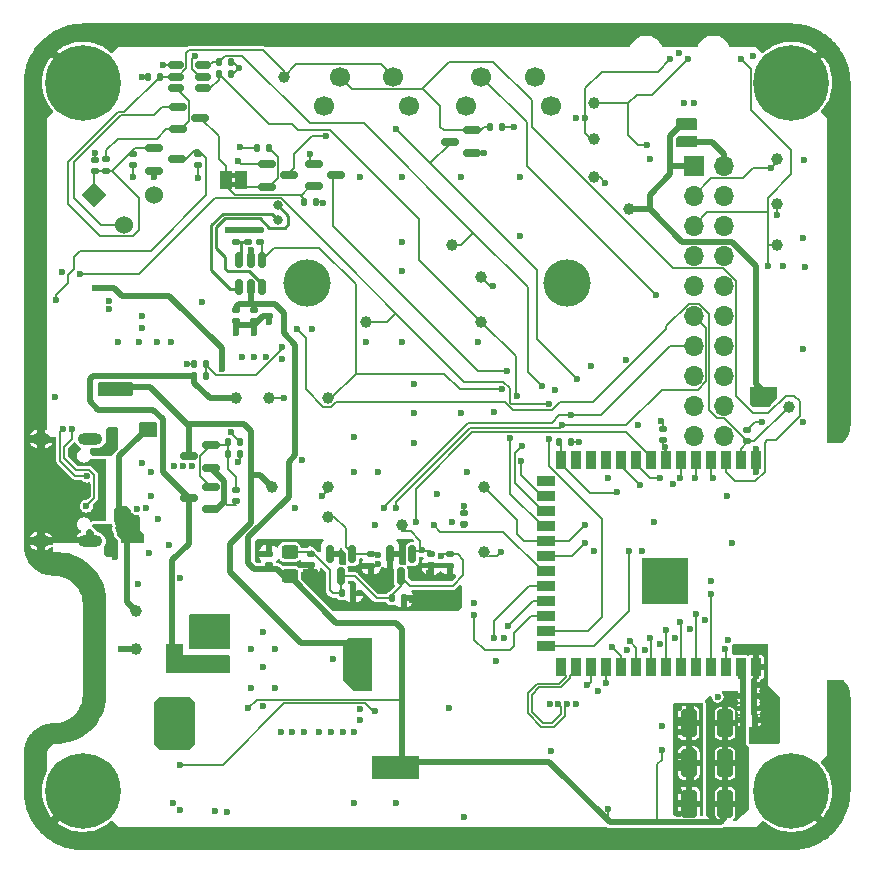
<source format=gbl>
%TF.GenerationSoftware,KiCad,Pcbnew,7.0.1*%
%TF.CreationDate,2023-05-20T22:45:57-07:00*%
%TF.ProjectId,ai-camera-rev3,61692d63-616d-4657-9261-2d726576332e,rev3*%
%TF.SameCoordinates,PX5a995c0PY2aea540*%
%TF.FileFunction,Copper,L4,Bot*%
%TF.FilePolarity,Positive*%
%FSLAX46Y46*%
G04 Gerber Fmt 4.6, Leading zero omitted, Abs format (unit mm)*
G04 Created by KiCad (PCBNEW 7.0.1) date 2023-05-20 22:45:57*
%MOMM*%
%LPD*%
G01*
G04 APERTURE LIST*
G04 Aperture macros list*
%AMRoundRect*
0 Rectangle with rounded corners*
0 $1 Rounding radius*
0 $2 $3 $4 $5 $6 $7 $8 $9 X,Y pos of 4 corners*
0 Add a 4 corners polygon primitive as box body*
4,1,4,$2,$3,$4,$5,$6,$7,$8,$9,$2,$3,0*
0 Add four circle primitives for the rounded corners*
1,1,$1+$1,$2,$3*
1,1,$1+$1,$4,$5*
1,1,$1+$1,$6,$7*
1,1,$1+$1,$8,$9*
0 Add four rect primitives between the rounded corners*
20,1,$1+$1,$2,$3,$4,$5,0*
20,1,$1+$1,$4,$5,$6,$7,0*
20,1,$1+$1,$6,$7,$8,$9,0*
20,1,$1+$1,$8,$9,$2,$3,0*%
%AMRotRect*
0 Rectangle, with rotation*
0 The origin of the aperture is its center*
0 $1 length*
0 $2 width*
0 $3 Rotation angle, in degrees counterclockwise*
0 Add horizontal line*
21,1,$1,$2,0,0,$3*%
G04 Aperture macros list end*
%TA.AperFunction,ComponentPad*%
%ADD10C,3.600000*%
%TD*%
%TA.AperFunction,ConnectorPad*%
%ADD11C,6.400000*%
%TD*%
%TA.AperFunction,WasherPad*%
%ADD12C,4.000000*%
%TD*%
%TA.AperFunction,WasherPad*%
%ADD13C,1.700000*%
%TD*%
%TA.AperFunction,ComponentPad*%
%ADD14C,1.700000*%
%TD*%
%TA.AperFunction,ComponentPad*%
%ADD15C,0.800000*%
%TD*%
%TA.AperFunction,ComponentPad*%
%ADD16RotRect,1.524000X1.524000X45.000000*%
%TD*%
%TA.AperFunction,ComponentPad*%
%ADD17C,1.524000*%
%TD*%
%TA.AperFunction,ComponentPad*%
%ADD18R,1.700000X1.700000*%
%TD*%
%TA.AperFunction,ComponentPad*%
%ADD19O,1.700000X1.700000*%
%TD*%
%TA.AperFunction,ComponentPad*%
%ADD20O,2.100000X1.000000*%
%TD*%
%TA.AperFunction,ComponentPad*%
%ADD21O,1.600000X1.000000*%
%TD*%
%TA.AperFunction,SMDPad,CuDef*%
%ADD22RoundRect,0.150000X-0.587500X-0.150000X0.587500X-0.150000X0.587500X0.150000X-0.587500X0.150000X0*%
%TD*%
%TA.AperFunction,SMDPad,CuDef*%
%ADD23RoundRect,0.250000X0.412500X0.925000X-0.412500X0.925000X-0.412500X-0.925000X0.412500X-0.925000X0*%
%TD*%
%TA.AperFunction,SMDPad,CuDef*%
%ADD24C,1.000000*%
%TD*%
%TA.AperFunction,SMDPad,CuDef*%
%ADD25RoundRect,0.135000X0.135000X0.185000X-0.135000X0.185000X-0.135000X-0.185000X0.135000X-0.185000X0*%
%TD*%
%TA.AperFunction,SMDPad,CuDef*%
%ADD26RoundRect,0.140000X0.170000X-0.140000X0.170000X0.140000X-0.170000X0.140000X-0.170000X-0.140000X0*%
%TD*%
%TA.AperFunction,SMDPad,CuDef*%
%ADD27R,0.900000X1.500000*%
%TD*%
%TA.AperFunction,SMDPad,CuDef*%
%ADD28R,1.500000X0.900000*%
%TD*%
%TA.AperFunction,ComponentPad*%
%ADD29C,0.500000*%
%TD*%
%TA.AperFunction,SMDPad,CuDef*%
%ADD30R,3.900000X3.900000*%
%TD*%
%TA.AperFunction,SMDPad,CuDef*%
%ADD31RoundRect,0.135000X-0.185000X0.135000X-0.185000X-0.135000X0.185000X-0.135000X0.185000X0.135000X0*%
%TD*%
%TA.AperFunction,SMDPad,CuDef*%
%ADD32RoundRect,0.140000X-0.140000X-0.170000X0.140000X-0.170000X0.140000X0.170000X-0.140000X0.170000X0*%
%TD*%
%TA.AperFunction,SMDPad,CuDef*%
%ADD33RoundRect,0.150000X0.587500X0.150000X-0.587500X0.150000X-0.587500X-0.150000X0.587500X-0.150000X0*%
%TD*%
%TA.AperFunction,SMDPad,CuDef*%
%ADD34RoundRect,0.140000X-0.170000X0.140000X-0.170000X-0.140000X0.170000X-0.140000X0.170000X0.140000X0*%
%TD*%
%TA.AperFunction,SMDPad,CuDef*%
%ADD35RoundRect,0.140000X0.140000X0.170000X-0.140000X0.170000X-0.140000X-0.170000X0.140000X-0.170000X0*%
%TD*%
%TA.AperFunction,SMDPad,CuDef*%
%ADD36RoundRect,0.150000X-0.150000X0.587500X-0.150000X-0.587500X0.150000X-0.587500X0.150000X0.587500X0*%
%TD*%
%TA.AperFunction,SMDPad,CuDef*%
%ADD37RoundRect,0.135000X-0.135000X-0.185000X0.135000X-0.185000X0.135000X0.185000X-0.135000X0.185000X0*%
%TD*%
%TA.AperFunction,SMDPad,CuDef*%
%ADD38R,1.000000X1.500000*%
%TD*%
%TA.AperFunction,SMDPad,CuDef*%
%ADD39RoundRect,0.150000X0.512500X0.150000X-0.512500X0.150000X-0.512500X-0.150000X0.512500X-0.150000X0*%
%TD*%
%TA.AperFunction,SMDPad,CuDef*%
%ADD40RoundRect,0.135000X0.185000X-0.135000X0.185000X0.135000X-0.185000X0.135000X-0.185000X-0.135000X0*%
%TD*%
%TA.AperFunction,SMDPad,CuDef*%
%ADD41RoundRect,0.150000X-0.150000X0.512500X-0.150000X-0.512500X0.150000X-0.512500X0.150000X0.512500X0*%
%TD*%
%TA.AperFunction,SMDPad,CuDef*%
%ADD42RoundRect,0.250000X0.450000X-0.325000X0.450000X0.325000X-0.450000X0.325000X-0.450000X-0.325000X0*%
%TD*%
%TA.AperFunction,ViaPad*%
%ADD43C,0.600000*%
%TD*%
%TA.AperFunction,Conductor*%
%ADD44C,0.127000*%
%TD*%
%TA.AperFunction,Conductor*%
%ADD45C,0.500000*%
%TD*%
%TA.AperFunction,Conductor*%
%ADD46C,0.203200*%
%TD*%
%TA.AperFunction,Conductor*%
%ADD47C,0.200000*%
%TD*%
%TA.AperFunction,Conductor*%
%ADD48C,0.250000*%
%TD*%
G04 APERTURE END LIST*
%TA.AperFunction,EtchedComponent*%
G36*
X18000000Y-13050000D02*
G01*
X17500000Y-13050000D01*
X17500000Y-12650000D01*
X18000000Y-12650000D01*
X18000000Y-13050000D01*
G37*
%TD.AperFunction*%
%TA.AperFunction,EtchedComponent*%
G36*
X18000000Y-13850000D02*
G01*
X17500000Y-13850000D01*
X17500000Y-13450000D01*
X18000000Y-13450000D01*
X18000000Y-13850000D01*
G37*
%TD.AperFunction*%
D10*
X5000000Y-65000000D03*
D11*
X5000000Y-65000000D03*
D10*
X5000000Y-5000000D03*
D11*
X5000000Y-5000000D03*
D12*
X24000000Y-22000000D03*
X46000000Y-22000000D03*
D13*
X44600000Y-7000000D03*
X37400000Y-7000000D03*
D14*
X43250000Y-4500000D03*
X38750000Y-4500000D03*
D13*
X32600000Y-7000000D03*
X25400000Y-7000000D03*
D14*
X31250000Y-4500000D03*
X26750000Y-4500000D03*
D15*
X21500000Y-16625000D03*
X21500000Y-15375000D03*
D16*
X5960000Y-14500000D03*
D17*
X8500000Y-17040000D03*
X11040000Y-14500000D03*
D10*
X65000000Y-5000000D03*
D11*
X65000000Y-5000000D03*
D18*
X56725000Y-12075000D03*
D19*
X59265000Y-12075000D03*
X56725000Y-14615000D03*
X59265000Y-14615000D03*
X56725000Y-17155000D03*
X59265000Y-17155000D03*
X56725000Y-19695000D03*
X59265000Y-19695000D03*
X56725000Y-22235000D03*
X59265000Y-22235000D03*
X56725000Y-24775000D03*
X59265000Y-24775000D03*
X56725000Y-27315000D03*
X59265000Y-27315000D03*
X56725000Y-29855000D03*
X59265000Y-29855000D03*
X56725000Y-32395000D03*
X59265000Y-32395000D03*
X56725000Y-34935000D03*
X59265000Y-34935000D03*
D20*
X5630000Y-35180000D03*
D21*
X1450000Y-35180000D03*
D20*
X5630000Y-43820000D03*
D21*
X1450000Y-43820000D03*
D10*
X65000000Y-65000000D03*
D11*
X65000000Y-65000000D03*
D22*
X20562500Y-13810000D03*
X20562500Y-11910000D03*
X22437500Y-12860000D03*
D23*
X59375000Y-62637500D03*
X56300000Y-62637500D03*
D24*
X25750000Y-31750000D03*
D25*
X15430000Y-28870000D03*
X14410000Y-28870000D03*
D24*
X9500000Y-53000000D03*
D26*
X61250000Y-35390000D03*
X61250000Y-34430000D03*
D27*
X61980000Y-54480000D03*
X60710000Y-54480000D03*
X59440000Y-54480000D03*
X58170000Y-54480000D03*
X56900000Y-54480000D03*
X55630000Y-54480000D03*
X54360000Y-54480000D03*
X53090000Y-54480000D03*
X51820000Y-54480000D03*
X50550000Y-54480000D03*
X49280000Y-54480000D03*
X48010000Y-54480000D03*
X46740000Y-54480000D03*
X45470000Y-54480000D03*
D28*
X44220000Y-52715000D03*
X44220000Y-51445000D03*
X44220000Y-50175000D03*
X44220000Y-48905000D03*
X44220000Y-47635000D03*
X44220000Y-46365000D03*
X44220000Y-45095000D03*
X44220000Y-43825000D03*
X44220000Y-42555000D03*
X44220000Y-41285000D03*
X44220000Y-40015000D03*
X44220000Y-38745000D03*
D27*
X45470000Y-36980000D03*
X46740000Y-36980000D03*
X48010000Y-36980000D03*
X49280000Y-36980000D03*
X50550000Y-36980000D03*
X51820000Y-36980000D03*
X53090000Y-36980000D03*
X54360000Y-36980000D03*
X55630000Y-36980000D03*
X56900000Y-36980000D03*
X58170000Y-36980000D03*
X59440000Y-36980000D03*
X60710000Y-36980000D03*
X61980000Y-36980000D03*
D29*
X53560000Y-48630000D03*
X54960000Y-48630000D03*
X52860000Y-47930000D03*
X54260000Y-47930000D03*
X55660000Y-47930000D03*
X53560000Y-47230000D03*
D30*
X54260000Y-47230000D03*
D29*
X54960000Y-47230000D03*
X52860000Y-46530000D03*
X54260000Y-46530000D03*
X55660000Y-46530000D03*
X53560000Y-45830000D03*
X54960000Y-45830000D03*
D24*
X25750000Y-39250000D03*
D26*
X18000000Y-18480000D03*
X18000000Y-17520000D03*
X19500000Y-25230000D03*
X19500000Y-24270000D03*
X37236400Y-42418000D03*
X37236400Y-41458000D03*
D24*
X39000000Y-39250000D03*
D31*
X20000000Y-17490000D03*
X20000000Y-18510000D03*
D24*
X51250000Y-15750000D03*
D26*
X14750000Y-11980000D03*
X14750000Y-11020000D03*
X18000000Y-25230000D03*
X18000000Y-24270000D03*
D32*
X60895000Y-56975000D03*
X61855000Y-56975000D03*
D33*
X15837500Y-39210000D03*
X15837500Y-41110000D03*
X13962500Y-40160000D03*
D26*
X6000000Y-12480000D03*
X6000000Y-11520000D03*
D34*
X29413200Y-44941900D03*
X29413200Y-45901900D03*
D25*
X40510000Y-8750000D03*
X39490000Y-8750000D03*
D35*
X11500000Y-4500000D03*
X10540000Y-4500000D03*
D23*
X59387500Y-66050000D03*
X56312500Y-66050000D03*
D24*
X22000000Y-4500000D03*
D36*
X30990200Y-44934900D03*
X32890200Y-44934900D03*
X31940200Y-46809900D03*
D24*
X48250000Y-6750000D03*
X63750000Y-11500000D03*
D35*
X46300000Y-35440000D03*
X45340000Y-35440000D03*
D26*
X20726400Y-45878800D03*
X20726400Y-44918800D03*
D25*
X17510000Y-3250000D03*
X16490000Y-3250000D03*
D37*
X19740000Y-10570000D03*
X20760000Y-10570000D03*
D26*
X20750000Y-24730000D03*
X20750000Y-23770000D03*
D22*
X11062500Y-12450000D03*
X11062500Y-10550000D03*
X12937500Y-11500000D03*
D32*
X60895000Y-55975000D03*
X61855000Y-55975000D03*
D24*
X9500000Y-49750000D03*
D38*
X17100000Y-13250000D03*
X18400000Y-13250000D03*
D22*
X13062500Y-8950000D03*
X13062500Y-7050000D03*
X14937500Y-8000000D03*
D39*
X15137500Y-3550000D03*
X15137500Y-4500000D03*
X15137500Y-5450000D03*
X12862500Y-5450000D03*
X12862500Y-4500000D03*
X12862500Y-3550000D03*
D25*
X17510000Y-4250000D03*
X16490000Y-4250000D03*
D24*
X64750000Y-32500000D03*
D34*
X24282400Y-44918800D03*
X24282400Y-45878800D03*
D24*
X36250000Y-18750000D03*
X18000000Y-31750000D03*
D37*
X17310000Y-36460000D03*
X18330000Y-36460000D03*
D40*
X7000000Y-12510000D03*
X7000000Y-11490000D03*
D25*
X18330000Y-35450000D03*
X17310000Y-35450000D03*
D32*
X60920000Y-59000000D03*
X61880000Y-59000000D03*
X31206200Y-48666400D03*
X32166200Y-48666400D03*
D24*
X63750000Y-15250000D03*
D34*
X9250000Y-11020000D03*
X9250000Y-11980000D03*
X54102000Y-34346000D03*
X54102000Y-35306000D03*
D32*
X60895000Y-58000000D03*
X61855000Y-58000000D03*
X26952000Y-48260000D03*
X27912000Y-48260000D03*
D24*
X38750000Y-21500000D03*
X29000000Y-25250000D03*
D26*
X19000000Y-18480000D03*
X19000000Y-17520000D03*
D23*
X59362500Y-59250000D03*
X56287500Y-59250000D03*
D41*
X18250000Y-20062500D03*
X19200000Y-20062500D03*
X20150000Y-20062500D03*
X20150000Y-22337500D03*
X19200000Y-22337500D03*
X18250000Y-22337500D03*
D33*
X37937500Y-9050000D03*
X37937500Y-10950000D03*
X36062500Y-10000000D03*
D42*
X22504400Y-46795800D03*
X22504400Y-44745800D03*
D24*
X63750000Y-18750000D03*
X25750000Y-41750000D03*
X20750000Y-31750000D03*
D34*
X34512200Y-44932900D03*
X34512200Y-45892900D03*
D24*
X48250000Y-9750000D03*
D25*
X24740000Y-15150000D03*
X23720000Y-15150000D03*
D24*
X39000000Y-44750000D03*
D34*
X18000000Y-39480000D03*
X18000000Y-40440000D03*
X36068000Y-44935200D03*
X36068000Y-45895200D03*
D36*
X25923200Y-44934900D03*
X27823200Y-44934900D03*
X26873200Y-46809900D03*
D22*
X24562500Y-13800000D03*
X24562500Y-11900000D03*
X26437500Y-12850000D03*
D24*
X48250000Y-13000000D03*
X21000000Y-39250000D03*
X38750000Y-25250000D03*
D37*
X14410000Y-29880000D03*
X15430000Y-29880000D03*
D24*
X32000000Y-42500000D03*
D33*
X15837500Y-35700000D03*
X15837500Y-37600000D03*
X13962500Y-36650000D03*
D43*
X58740000Y-57010000D03*
X28500000Y-59000000D03*
X6000000Y-11000000D03*
X39850000Y-32870000D03*
X28469205Y-58050000D03*
X11750000Y-3500000D03*
X13500000Y-37500000D03*
X22000000Y-31750000D03*
X26000000Y-60000000D03*
X11800000Y-59400000D03*
X64250000Y-20500000D03*
X62500000Y-57000000D03*
X56500000Y-64000000D03*
X10350000Y-41025000D03*
X53000000Y-11500000D03*
X37000000Y-33000000D03*
X33000000Y-30500000D03*
X51000000Y-28500000D03*
X18250000Y-3750000D03*
X32896917Y-48779083D03*
X11000000Y-13000000D03*
X55500000Y-66925500D03*
X55500000Y-2500000D03*
X59584483Y-52218483D03*
X17250000Y-17500000D03*
X10000000Y-37250000D03*
X20500000Y-28250000D03*
X28000000Y-60000000D03*
X13249500Y-46990000D03*
X48650000Y-56550000D03*
X24638000Y-46440000D03*
X60000000Y-44000000D03*
X7300000Y-43575000D03*
X12725000Y-60775000D03*
X66000000Y-33750000D03*
X10621692Y-44835022D03*
X63000000Y-56500000D03*
X20250000Y-57767600D03*
X19500000Y-26250000D03*
X8000000Y-27000000D03*
X17025000Y-51500000D03*
X57658000Y-50546000D03*
X55118000Y-52070000D03*
X20088035Y-44911965D03*
X51054000Y-53086000D03*
X18500000Y-28250000D03*
X62500000Y-56000000D03*
X56500000Y-58000000D03*
X7234026Y-24150065D03*
X2625000Y-31650000D03*
X29750000Y-42500000D03*
X19500000Y-28250000D03*
X65975000Y-18125000D03*
X12610000Y-65980000D03*
X7475000Y-35500000D03*
X55000000Y-39000000D03*
X15900000Y-50600000D03*
X62353000Y-52983229D03*
X3240938Y-21030000D03*
X32000000Y-18500000D03*
X52324000Y-44704000D03*
X42000000Y-18000000D03*
X10000000Y-24750000D03*
X11800000Y-60325000D03*
X32000000Y-13000000D03*
X22750000Y-60000000D03*
X55500000Y-59000000D03*
X33000000Y-35500000D03*
X49250000Y-13500000D03*
X63000000Y-57500000D03*
X21000000Y-44000000D03*
X10750000Y-40000000D03*
X46999146Y-35422111D03*
X55500000Y-58000000D03*
X52578000Y-53086000D03*
X41500000Y-8750000D03*
X11250000Y-27000000D03*
X14800000Y-50600000D03*
X40000000Y-54000000D03*
X55906500Y-6750000D03*
X9700000Y-47450000D03*
X11800000Y-57750000D03*
X20250000Y-54500000D03*
X35306000Y-46882000D03*
X18100000Y-11625000D03*
X16200000Y-66700000D03*
X60250000Y-53000000D03*
X9750000Y-27000000D03*
X28000000Y-66000000D03*
X7700000Y-45200000D03*
X39750000Y-22250000D03*
X28000000Y-35000000D03*
X65950000Y-27525000D03*
X45000000Y-31000000D03*
X46750000Y-57650000D03*
X25300000Y-15160000D03*
X29000000Y-27000000D03*
X28448000Y-48260000D03*
X14900000Y-52300000D03*
X48250000Y-44629123D03*
X62500000Y-59000000D03*
X62500000Y-58000000D03*
X31500000Y-66000000D03*
X24384000Y-25908000D03*
X21250000Y-53000000D03*
X55500000Y-65000000D03*
X55500000Y-62000000D03*
X28000000Y-38000000D03*
X8250000Y-53000000D03*
X12500000Y-27000000D03*
X20102600Y-44000000D03*
X40443828Y-44750863D03*
X36250000Y-42250000D03*
X38110000Y-49070000D03*
X13800000Y-28860000D03*
X55500000Y-66000000D03*
X35020000Y-39870000D03*
X17200000Y-66750000D03*
X30000000Y-38000000D03*
X14500000Y-2750000D03*
X29413200Y-46440000D03*
X33000000Y-33000000D03*
X37500000Y-38000000D03*
X12750000Y-37500000D03*
X9600000Y-41075000D03*
X56750000Y-6750000D03*
X7475000Y-34625000D03*
X15110000Y-23580000D03*
X37000000Y-13000000D03*
X46750000Y-8000000D03*
X23000000Y-41000000D03*
X59500000Y-40000000D03*
X12306655Y-44180096D03*
X13225000Y-66575000D03*
X19250000Y-56250000D03*
X10000000Y-4500000D03*
X53990000Y-33650000D03*
X26390000Y-44890000D03*
X62000000Y-36000000D03*
X23750000Y-60000000D03*
X10750000Y-38000000D03*
X66025000Y-11550000D03*
X27000000Y-60000000D03*
X9250000Y-13000000D03*
X42000000Y-13000000D03*
X58166000Y-47244000D03*
X37290000Y-67200000D03*
X55500000Y-60000000D03*
X55500000Y-63000000D03*
X49500000Y-38500000D03*
X56500000Y-61500000D03*
X44525000Y-57650000D03*
X18173800Y-37155053D03*
X63750000Y-16250000D03*
X48000000Y-29000000D03*
X25250000Y-40000000D03*
X23876000Y-46440000D03*
X21250000Y-56250000D03*
X61750000Y-2750000D03*
X62500000Y-33750000D03*
X25000000Y-60000000D03*
X20250000Y-51500000D03*
X10000000Y-25750000D03*
X11825000Y-58550000D03*
X7229838Y-23485458D03*
X30930000Y-46790000D03*
X18000000Y-26250000D03*
X14750000Y-13126576D03*
X30000000Y-45800000D03*
X36000000Y-58000000D03*
X62000000Y-37000000D03*
X39000000Y-11000000D03*
X54000000Y-59500000D03*
X20750000Y-25250000D03*
X40700000Y-52050000D03*
X52000000Y-34000000D03*
X36068000Y-46440000D03*
X21844000Y-28448000D03*
X21750000Y-60000000D03*
X37250000Y-40825000D03*
X24260000Y-11050000D03*
X38500000Y-27000000D03*
X14250000Y-37500000D03*
X28500000Y-13000000D03*
X34280000Y-46530000D03*
X32000000Y-27000000D03*
X56388000Y-51308000D03*
X23539191Y-36987921D03*
X61000000Y-53000000D03*
X53848000Y-52578000D03*
X18300000Y-10500000D03*
X32000000Y-21000000D03*
X7300000Y-44450000D03*
X53350000Y-42199998D03*
X11350000Y-41925000D03*
X19200000Y-19200000D03*
X66125000Y-20650000D03*
X19250000Y-53000000D03*
X26162000Y-53806000D03*
X44610000Y-61620000D03*
X15900000Y-52300000D03*
X62000000Y-38000000D03*
X69000000Y-29000000D03*
X20000000Y-69000000D03*
X30000000Y-1000000D03*
X20000000Y-1000000D03*
X1000000Y-29000000D03*
X41000000Y-69000000D03*
X41000000Y-1000000D03*
X10000000Y-69000000D03*
X1000000Y-40000000D03*
X6000000Y-56000000D03*
X6000000Y-49000000D03*
X10000000Y-1000000D03*
X50000000Y-69000000D03*
X30000000Y-69000000D03*
X69000000Y-9000000D03*
X1000000Y-62000000D03*
X60000000Y-1000000D03*
X50000000Y-1000000D03*
X69000000Y-59000000D03*
X1000000Y-9000000D03*
X69000000Y-19000000D03*
X1000000Y-19000000D03*
X60000000Y-69000000D03*
X29000000Y-54000000D03*
X8685000Y-30745000D03*
X6815000Y-30715000D03*
X56500000Y-10000000D03*
X28200000Y-52450000D03*
X29000000Y-55000000D03*
X29000000Y-56000000D03*
X7795000Y-30725000D03*
X55750000Y-10000000D03*
X2730000Y-23438550D03*
X29000000Y-53000000D03*
X15750000Y-54500000D03*
X14850000Y-54450000D03*
X14000000Y-54500000D03*
X12680000Y-53500000D03*
X61000000Y-63500000D03*
X55750000Y-8500000D03*
X33000000Y-62500000D03*
X54000000Y-61500000D03*
X49470000Y-66530000D03*
X63000000Y-32250000D03*
X61000000Y-62500000D03*
X33020000Y-63458000D03*
X32004000Y-63458000D03*
X19000000Y-58000000D03*
X62250000Y-32250000D03*
X32000000Y-62500000D03*
X63000000Y-31500000D03*
X56500000Y-8500000D03*
X62250000Y-31500000D03*
X61000000Y-61625000D03*
X50249992Y-39647776D03*
X60750000Y-3000000D03*
X63000000Y-20500000D03*
X59410000Y-54770000D03*
X59385200Y-52933600D03*
X63250000Y-12250000D03*
X54250000Y-35840000D03*
X53500000Y-23000000D03*
X30010000Y-45000000D03*
X33680000Y-44600000D03*
X51308000Y-52324000D03*
X37250000Y-42500000D03*
X11000000Y-34750000D03*
X8100000Y-41300000D03*
X10000000Y-34728358D03*
X8050000Y-42750000D03*
X8075000Y-42025000D03*
X45261500Y-57650000D03*
X45988500Y-57650000D03*
X56250000Y-3000000D03*
X58369200Y-38455600D03*
X52750000Y-10250000D03*
X47500000Y-8000000D03*
X54750000Y-3000000D03*
X56794400Y-38455600D03*
X52140000Y-39050000D03*
X53860000Y-38500000D03*
X58216800Y-48310800D03*
X56946800Y-49987200D03*
X55575200Y-50647600D03*
X54356000Y-51358800D03*
X53035200Y-52070000D03*
X49784000Y-52832000D03*
X49276000Y-55829200D03*
X47720000Y-56050000D03*
X34750000Y-42500000D03*
X33223200Y-42250000D03*
X38130000Y-50110000D03*
X40993594Y-51056006D03*
X39776400Y-52019200D03*
X51206400Y-44704000D03*
X45590002Y-34036000D03*
X31500000Y-41000000D03*
X30500000Y-41000000D03*
X47500000Y-44000000D03*
X46320000Y-33150000D03*
X6025971Y-22366501D03*
X16750000Y-29250000D03*
X3346394Y-34305199D03*
X5358517Y-38311483D03*
X47500000Y-42500000D03*
X5290000Y-40860000D03*
X4070000Y-34370000D03*
X23114000Y-25908000D03*
X21844000Y-27432000D03*
X43850000Y-38630000D03*
X43850000Y-30690000D03*
X41780000Y-31510000D03*
X41200000Y-35110000D03*
X55570000Y-38490000D03*
X42090000Y-37010000D03*
X40480000Y-30970000D03*
X4720000Y-21250000D03*
X44480000Y-32220000D03*
X44490000Y-35160000D03*
X40880000Y-29460000D03*
X42160000Y-35780000D03*
X25600000Y-9500000D03*
X46820000Y-30080000D03*
X13250000Y-62790000D03*
X29750000Y-58190000D03*
X31500000Y-8900000D03*
X35353517Y-45046483D03*
X17580000Y-34570000D03*
D44*
X40510000Y-8750000D02*
X41500000Y-8750000D01*
X6000000Y-11520000D02*
X6000000Y-11000000D01*
D45*
X19500000Y-25500000D02*
X20270000Y-24730000D01*
D44*
X25290000Y-15150000D02*
X25300000Y-15160000D01*
X29720100Y-45890000D02*
X29910000Y-45890000D01*
X62000000Y-38000000D02*
X62000000Y-37000000D01*
X40074691Y-45120000D02*
X40443828Y-44750863D01*
X32461200Y-48836200D02*
X32518317Y-48779083D01*
X11062500Y-12450000D02*
X11062500Y-12937500D01*
X20750000Y-31750000D02*
X22000000Y-31750000D01*
X30990200Y-45819800D02*
X30930000Y-45880000D01*
X11800000Y-3550000D02*
X11750000Y-3500000D01*
X36068000Y-46190200D02*
X36068000Y-46440000D01*
X37236400Y-40838600D02*
X37250000Y-40825000D01*
X61250000Y-34430000D02*
X61930000Y-33750000D01*
X39370000Y-45120000D02*
X40074691Y-45120000D01*
X25968100Y-44890000D02*
X26390000Y-44890000D01*
D45*
X18000000Y-25525000D02*
X18000000Y-26250000D01*
D44*
X25750000Y-39500000D02*
X25250000Y-40000000D01*
X18330000Y-36998853D02*
X18173800Y-37155053D01*
X38750000Y-21500000D02*
X39500000Y-22250000D01*
D45*
X20000000Y-17490000D02*
X18030000Y-17490000D01*
D44*
X30920000Y-45890000D02*
X30930000Y-45880000D01*
X20302500Y-11910000D02*
X18385000Y-11910000D01*
D45*
X9500000Y-53000000D02*
X8250000Y-53000000D01*
D44*
X48750000Y-13000000D02*
X49250000Y-13500000D01*
X17510000Y-3250000D02*
X17750000Y-3250000D01*
X46981257Y-35440000D02*
X46999146Y-35422111D01*
D45*
X20270000Y-24730000D02*
X20750000Y-24730000D01*
D44*
X30990200Y-44934900D02*
X30990200Y-45819800D01*
X37937500Y-10950000D02*
X38950000Y-10950000D01*
X12862500Y-3550000D02*
X11800000Y-3550000D01*
X29910000Y-45890000D02*
X30000000Y-45800000D01*
X18370000Y-10570000D02*
X18300000Y-10500000D01*
X24260000Y-11887500D02*
X24260000Y-11050000D01*
X24740000Y-15150000D02*
X25290000Y-15150000D01*
D45*
X18000000Y-17520000D02*
X17270000Y-17520000D01*
X19200000Y-20062500D02*
X19200000Y-19200000D01*
D44*
X39500000Y-22250000D02*
X39750000Y-22250000D01*
D45*
X19500000Y-25525000D02*
X19500000Y-26250000D01*
D44*
X14410000Y-28870000D02*
X13810000Y-28870000D01*
X13810000Y-28870000D02*
X13800000Y-28860000D01*
D45*
X20750000Y-24730000D02*
X20750000Y-25250000D01*
D44*
X37236400Y-41458000D02*
X37236400Y-40838600D01*
D45*
X17270000Y-17520000D02*
X17250000Y-17500000D01*
D44*
X10540000Y-4500000D02*
X10000000Y-4500000D01*
X14750000Y-13126576D02*
X14750000Y-12275000D01*
X29413200Y-46440000D02*
X29413200Y-46196900D01*
D45*
X19500000Y-25525000D02*
X19500000Y-25500000D01*
D44*
X18330000Y-36460000D02*
X18330000Y-36998853D01*
X27912000Y-48260000D02*
X28448000Y-48260000D01*
X18385000Y-11910000D02*
X18100000Y-11625000D01*
X14284500Y-2965500D02*
X14500000Y-2750000D01*
X54102000Y-34346000D02*
X54102000Y-33762000D01*
X17750000Y-4250000D02*
X18250000Y-3750000D01*
X14943460Y-4500000D02*
X14284500Y-3841040D01*
X32518317Y-48779083D02*
X32896917Y-48779083D01*
X14284500Y-3841040D02*
X14284500Y-2965500D01*
X9250000Y-12275000D02*
X9250000Y-13000000D01*
X11062500Y-12937500D02*
X11000000Y-13000000D01*
X61930000Y-33750000D02*
X62500000Y-33750000D01*
X17510000Y-4250000D02*
X17750000Y-4250000D01*
X63750000Y-15250000D02*
X63750000Y-16250000D01*
X17750000Y-3250000D02*
X18250000Y-3750000D01*
D45*
X18000000Y-25525000D02*
X19500000Y-25525000D01*
D44*
X34512200Y-46440000D02*
X34512200Y-46187900D01*
X46300000Y-35440000D02*
X46981257Y-35440000D01*
X19740000Y-10570000D02*
X18370000Y-10570000D01*
X54102000Y-33762000D02*
X53990000Y-33650000D01*
D45*
X62000000Y-36000000D02*
X62000000Y-38000000D01*
D44*
X38950000Y-10950000D02*
X39000000Y-11000000D01*
D46*
X13750000Y-11500000D02*
X12937500Y-11500000D01*
X2730000Y-23438550D02*
X2730000Y-23020000D01*
X15453600Y-14546400D02*
X15453600Y-11428600D01*
X3750000Y-21268492D02*
X4250000Y-20768492D01*
D45*
X19230000Y-34480000D02*
X19230000Y-34730000D01*
X10665000Y-30745000D02*
X13880000Y-33960000D01*
X23450000Y-52450000D02*
X28200000Y-52450000D01*
X59265000Y-11015000D02*
X59265000Y-12075000D01*
X13880000Y-33960000D02*
X13947000Y-33893000D01*
D46*
X13880000Y-33960000D02*
X13880000Y-36567500D01*
X14750000Y-10725000D02*
X14525000Y-10725000D01*
X3750000Y-22000000D02*
X3750000Y-21268492D01*
D45*
X18643000Y-33893000D02*
X19230000Y-34480000D01*
D46*
X4250000Y-19750000D02*
X4750000Y-19250000D01*
X10750000Y-19250000D02*
X15453600Y-14546400D01*
D45*
X13947000Y-33893000D02*
X18643000Y-33893000D01*
D46*
X2730000Y-23020000D02*
X3750000Y-22000000D01*
D45*
X19230000Y-38250000D02*
X20000000Y-38250000D01*
X8685000Y-30745000D02*
X10665000Y-30745000D01*
X56500000Y-10000000D02*
X58250000Y-10000000D01*
X19230000Y-42270000D02*
X17430000Y-44070000D01*
X17430000Y-46430000D02*
X23450000Y-52450000D01*
X20000000Y-38250000D02*
X21000000Y-39250000D01*
X19230000Y-38250000D02*
X19230000Y-42270000D01*
X19230000Y-34730000D02*
X19230000Y-38250000D01*
X17430000Y-44070000D02*
X17430000Y-46430000D01*
X58250000Y-10000000D02*
X59265000Y-11015000D01*
D46*
X4250000Y-20768492D02*
X4250000Y-19750000D01*
X13880000Y-33960000D02*
X10635000Y-30715000D01*
X4750000Y-19250000D02*
X10750000Y-19250000D01*
X15453600Y-11428600D02*
X14750000Y-10725000D01*
D45*
X13962500Y-34042500D02*
X13880000Y-33960000D01*
D46*
X10635000Y-30715000D02*
X6815000Y-30715000D01*
X14525000Y-10725000D02*
X13750000Y-11500000D01*
D45*
X13962500Y-36650000D02*
X13962500Y-34042500D01*
X11771288Y-37968788D02*
X13962500Y-40160000D01*
X14410000Y-30410000D02*
X15750000Y-31750000D01*
X11771288Y-33521288D02*
X11771288Y-37968788D01*
X15750000Y-31750000D02*
X18000000Y-31750000D01*
X12573000Y-53393000D02*
X12573000Y-45427000D01*
X13962500Y-44037500D02*
X13962500Y-40160000D01*
X5625000Y-30125000D02*
X5625000Y-31995000D01*
X12573000Y-45427000D02*
X13962500Y-44037500D01*
X5625000Y-31995000D02*
X6320000Y-32690000D01*
X14410000Y-29880000D02*
X5870000Y-29880000D01*
X14410000Y-29880000D02*
X14410000Y-30410000D01*
X6320000Y-32690000D02*
X10940000Y-32690000D01*
X12680000Y-53500000D02*
X12573000Y-53393000D01*
X5870000Y-29880000D02*
X5625000Y-30125000D01*
X10940000Y-32690000D02*
X11771288Y-33521288D01*
D44*
X6000000Y-12480000D02*
X6970000Y-12480000D01*
X30209500Y-3459500D02*
X31250000Y-4500000D01*
X13990500Y-2259500D02*
X20259500Y-2259500D01*
X11500000Y-4500000D02*
X8504000Y-7496000D01*
X3750000Y-11750000D02*
X3750000Y-15250000D01*
X7000000Y-12510000D02*
X7490000Y-12510000D01*
X13750000Y-2500000D02*
X13990500Y-2259500D01*
X22000000Y-4500000D02*
X23040500Y-3459500D01*
X22000000Y-4000000D02*
X22000000Y-4500000D01*
X8004000Y-7496000D02*
X3750000Y-11750000D01*
X12862500Y-4500000D02*
X11500000Y-4500000D01*
X9425000Y-10550000D02*
X9250000Y-10725000D01*
X6492500Y-17992500D02*
X9257500Y-17992500D01*
X13056540Y-4500000D02*
X13750000Y-3806540D01*
X5960000Y-12520000D02*
X5960000Y-14500000D01*
X3750000Y-15250000D02*
X6492500Y-17992500D01*
X11062500Y-10550000D02*
X9425000Y-10550000D01*
X9750000Y-17500000D02*
X9750000Y-14770000D01*
X7490000Y-12510000D02*
X9250000Y-10750000D01*
X23040500Y-3459500D02*
X30209500Y-3459500D01*
X20259500Y-2259500D02*
X22000000Y-4000000D01*
X8504000Y-7496000D02*
X8004000Y-7496000D01*
X9750000Y-14770000D02*
X7490000Y-12510000D01*
X9257500Y-17992500D02*
X9750000Y-17500000D01*
X9250000Y-10750000D02*
X9250000Y-10725000D01*
X13750000Y-3806540D02*
X13750000Y-2500000D01*
D45*
X56725000Y-12075000D02*
X54825000Y-12075000D01*
D46*
X53630000Y-62720000D02*
X53630000Y-67502500D01*
X32000000Y-57250000D02*
X20500000Y-57250000D01*
D45*
X53730000Y-67602500D02*
X49602500Y-67602500D01*
D46*
X53630000Y-62720000D02*
X54000000Y-62350000D01*
D45*
X55750000Y-8500000D02*
X54750000Y-9500000D01*
X58997500Y-67602500D02*
X53730000Y-67602500D01*
X21270000Y-23770000D02*
X20750000Y-23770000D01*
X59387500Y-66050000D02*
X59387500Y-67212500D01*
X22045800Y-46795800D02*
X21423800Y-46173800D01*
X32000000Y-51250000D02*
X32000000Y-57250000D01*
X54750000Y-9500000D02*
X54750000Y-12000000D01*
D46*
X49470000Y-66530000D02*
X49470000Y-67470000D01*
D45*
X19000000Y-45670000D02*
X19000000Y-43500000D01*
X20750000Y-23770000D02*
X18205000Y-23770000D01*
X53000000Y-14500000D02*
X53000000Y-15750000D01*
X21423800Y-46173800D02*
X19503800Y-46173800D01*
X32000000Y-57250000D02*
X32000000Y-62500000D01*
D46*
X20500000Y-57250000D02*
X20489000Y-57239000D01*
D45*
X23000000Y-27250000D02*
X22000000Y-26250000D01*
D46*
X19761000Y-57239000D02*
X19000000Y-58000000D01*
D45*
X54825000Y-12075000D02*
X54750000Y-12000000D01*
X59387500Y-67212500D02*
X58997500Y-67602500D01*
X54750000Y-12750000D02*
X53000000Y-14500000D01*
X51250000Y-15750000D02*
X53000000Y-15750000D01*
X22000000Y-26250000D02*
X22000000Y-24500000D01*
X63000000Y-31500000D02*
X62000000Y-30500000D01*
X60895000Y-56975000D02*
X60895000Y-57220000D01*
X18205000Y-23770000D02*
X18000000Y-23975000D01*
X23000000Y-36579354D02*
X23000000Y-27250000D01*
X55718000Y-18468000D02*
X53000000Y-15750000D01*
D46*
X20489000Y-57239000D02*
X19761000Y-57239000D01*
D45*
X60895000Y-55975000D02*
X60895000Y-54665000D01*
X59968000Y-18468000D02*
X55718000Y-18468000D01*
X31500000Y-50750000D02*
X32000000Y-51250000D01*
D46*
X53630000Y-67502500D02*
X53730000Y-67602500D01*
D45*
X60895000Y-55975000D02*
X60895000Y-56975000D01*
X19503800Y-46173800D02*
X19000000Y-45670000D01*
X22448000Y-40052000D02*
X22448000Y-37131354D01*
X22504400Y-46795800D02*
X26458600Y-50750000D01*
X22448000Y-37131354D02*
X23000000Y-36579354D01*
D46*
X49470000Y-67470000D02*
X49602500Y-67602500D01*
X54000000Y-61500000D02*
X54000000Y-62350000D01*
D45*
X49602500Y-67602500D02*
X44500000Y-62500000D01*
X22504400Y-46795800D02*
X22045800Y-46795800D01*
X54750000Y-12000000D02*
X54750000Y-12750000D01*
X62000000Y-20500000D02*
X59968000Y-18468000D01*
X19000000Y-43500000D02*
X22448000Y-40052000D01*
X19200000Y-22337500D02*
X19200000Y-23675000D01*
X44500000Y-62500000D02*
X33000000Y-62500000D01*
X26458600Y-50750000D02*
X31500000Y-50750000D01*
X22000000Y-24500000D02*
X21270000Y-23770000D01*
X19200000Y-23675000D02*
X19500000Y-23975000D01*
X62000000Y-30500000D02*
X62000000Y-20500000D01*
D44*
X56725000Y-17155000D02*
X57880000Y-16000000D01*
X63750000Y-18750000D02*
X63000000Y-18750000D01*
X50141269Y-39756499D02*
X50249992Y-39647776D01*
X61609500Y-3859500D02*
X61609500Y-7359500D01*
X65000000Y-10750000D02*
X65000000Y-12750000D01*
X45470000Y-37280000D02*
X47946499Y-39756499D01*
X63000000Y-18750000D02*
X63000000Y-20500000D01*
X47946499Y-39756499D02*
X50141269Y-39756499D01*
X63000000Y-16000000D02*
X63000000Y-18750000D01*
X63000000Y-14750000D02*
X63000000Y-16000000D01*
X61609500Y-7359500D02*
X65000000Y-10750000D01*
X57880000Y-16000000D02*
X63000000Y-16000000D01*
X60750000Y-3000000D02*
X61609500Y-3859500D01*
X65000000Y-12750000D02*
X63000000Y-14750000D01*
X45470000Y-35570000D02*
X45470000Y-36980000D01*
X60884500Y-13115500D02*
X61750000Y-12250000D01*
X63750000Y-11750000D02*
X63250000Y-12250000D01*
X59385200Y-52933600D02*
X59440000Y-52988400D01*
X59440000Y-52988400D02*
X59440000Y-54480000D01*
X58224500Y-13115500D02*
X60884500Y-13115500D01*
X61750000Y-12250000D02*
X63250000Y-12250000D01*
X56725000Y-14615000D02*
X58224500Y-13115500D01*
X42610000Y-12110000D02*
X53500000Y-23000000D01*
X42610000Y-8360000D02*
X42610000Y-12110000D01*
X54102000Y-35642000D02*
X54102000Y-35306000D01*
X54360000Y-36980000D02*
X54360000Y-35900000D01*
X54250000Y-35840000D02*
X54250000Y-36870000D01*
X54360000Y-35900000D02*
X54102000Y-35642000D01*
X38750000Y-4500000D02*
X42610000Y-8360000D01*
X30010000Y-45000000D02*
X29471300Y-45000000D01*
X27250000Y-42750000D02*
X27250000Y-44361700D01*
X26250000Y-41750000D02*
X27250000Y-42750000D01*
X27250000Y-44361700D02*
X27750000Y-44861700D01*
X25750000Y-41750000D02*
X26250000Y-41750000D01*
X27823200Y-44934900D02*
X29125200Y-44934900D01*
X33560000Y-44637900D02*
X33187200Y-44637900D01*
X34512200Y-44637900D02*
X33560000Y-44637900D01*
X33187200Y-44637900D02*
X32890200Y-44934900D01*
X32750000Y-43000000D02*
X32000000Y-43000000D01*
X33560000Y-43810000D02*
X32750000Y-43000000D01*
X33560000Y-44637900D02*
X33560000Y-43810000D01*
X51820000Y-52836000D02*
X51308000Y-52324000D01*
X51820000Y-54480000D02*
X51820000Y-52836000D01*
D45*
X8750000Y-43450000D02*
X8750000Y-49000000D01*
X8050000Y-42750000D02*
X8750000Y-43450000D01*
X8100000Y-36628358D02*
X10000000Y-34728358D01*
X8750000Y-49000000D02*
X9500000Y-49750000D01*
X8100000Y-41300000D02*
X8100000Y-36628358D01*
D47*
X45492724Y-56213500D02*
X43617724Y-56213500D01*
X43617724Y-56213500D02*
X43013500Y-56817724D01*
X45461500Y-57850000D02*
X45261500Y-57650000D01*
X46268500Y-55437724D02*
X45492724Y-56213500D01*
X43013500Y-56817724D02*
X43013500Y-58257276D01*
X45461500Y-58482276D02*
X45461500Y-57850000D01*
X46268500Y-55251500D02*
X46268500Y-55437724D01*
X43967724Y-59211500D02*
X44732276Y-59211500D01*
X46740000Y-54780000D02*
X46268500Y-55251500D01*
X44732276Y-59211500D02*
X45461500Y-58482276D01*
X43013500Y-58257276D02*
X43967724Y-59211500D01*
X43482276Y-55886500D02*
X42686500Y-56682276D01*
X45788500Y-57850000D02*
X45988500Y-57650000D01*
X45941500Y-55251500D02*
X45941500Y-55302276D01*
X45470000Y-54780000D02*
X45941500Y-55251500D01*
X43832276Y-59538500D02*
X44867724Y-59538500D01*
X44867724Y-59538500D02*
X45788500Y-58617724D01*
X45357276Y-55886500D02*
X43482276Y-55886500D01*
X45788500Y-58617724D02*
X45788500Y-57850000D01*
X45941500Y-55302276D02*
X45357276Y-55886500D01*
X42686500Y-56682276D02*
X42686500Y-58392724D01*
X42686500Y-58392724D02*
X43832276Y-59538500D01*
D44*
X51189050Y-9439050D02*
X51189050Y-6750000D01*
X51189050Y-6750000D02*
X51900000Y-6039050D01*
X52750000Y-10250000D02*
X52000000Y-10250000D01*
X53210950Y-6039050D02*
X56250000Y-3000000D01*
X48250000Y-6750000D02*
X51189050Y-6750000D01*
X52000000Y-10250000D02*
X51189050Y-9439050D01*
X51900000Y-6039050D02*
X53210950Y-6039050D01*
X58170000Y-38256400D02*
X58170000Y-36980000D01*
X58369200Y-38455600D02*
X58170000Y-38256400D01*
X53666184Y-4083816D02*
X48916184Y-4083816D01*
X47500000Y-7500000D02*
X47500000Y-8000000D01*
X54750000Y-3000000D02*
X53666184Y-4083816D01*
X48916184Y-4083816D02*
X47500000Y-5500000D01*
X56900000Y-38350000D02*
X56900000Y-36980000D01*
X47500000Y-9250000D02*
X48000000Y-9750000D01*
X47500000Y-7500000D02*
X47500000Y-9250000D01*
X47500000Y-5500000D02*
X47500000Y-7500000D01*
X56794400Y-38455600D02*
X56900000Y-38350000D01*
X50550000Y-37460000D02*
X52140000Y-39050000D01*
X51820000Y-37280000D02*
X53040000Y-38500000D01*
X53040000Y-38500000D02*
X53860000Y-38500000D01*
X58216800Y-48310800D02*
X58170000Y-48357600D01*
X58170000Y-48357600D02*
X58170000Y-54480000D01*
X56946800Y-49987200D02*
X56900000Y-50034000D01*
X56900000Y-50034000D02*
X56900000Y-54480000D01*
X55575200Y-50647600D02*
X55630000Y-50702400D01*
X55630000Y-50702400D02*
X55630000Y-54480000D01*
X54360000Y-51362800D02*
X54360000Y-54480000D01*
X54356000Y-51358800D02*
X54360000Y-51362800D01*
X53035200Y-52070000D02*
X53090000Y-52124800D01*
X53090000Y-52124800D02*
X53090000Y-54480000D01*
X50546000Y-54476000D02*
X50546000Y-53594000D01*
X50546000Y-53594000D02*
X49784000Y-52832000D01*
X49276000Y-55829200D02*
X49280000Y-55825200D01*
X49280000Y-55825200D02*
X49280000Y-54480000D01*
X48010000Y-54480000D02*
X48010000Y-55760000D01*
X48010000Y-55760000D02*
X47720000Y-56050000D01*
X40577500Y-43022500D02*
X43920000Y-46365000D01*
X35272500Y-43022500D02*
X34750000Y-42500000D01*
X40577500Y-43022500D02*
X35272500Y-43022500D01*
X51030000Y-34620000D02*
X37980000Y-34620000D01*
X33223200Y-39376800D02*
X33223200Y-42250000D01*
X37980000Y-34620000D02*
X33223200Y-39376800D01*
X53090000Y-36680000D02*
X51030000Y-34620000D01*
X39010000Y-53060000D02*
X38130000Y-52180000D01*
X41500000Y-51640000D02*
X42965000Y-50175000D01*
X41190000Y-53060000D02*
X39010000Y-53060000D01*
X38130000Y-52180000D02*
X38130000Y-50110000D01*
X41500000Y-52750000D02*
X41190000Y-53060000D01*
X44220000Y-50175000D02*
X42965000Y-50175000D01*
X41500000Y-51640000D02*
X41500000Y-52750000D01*
X43144600Y-48905000D02*
X40993594Y-51056006D01*
X44220000Y-48905000D02*
X43144600Y-48905000D01*
X42738200Y-47635000D02*
X39776400Y-50596800D01*
X44220000Y-47635000D02*
X42738200Y-47635000D01*
X39776400Y-50596800D02*
X39776400Y-52019200D01*
X44220000Y-52715000D02*
X48275400Y-52715000D01*
X37750000Y-34250000D02*
X31500000Y-40500000D01*
X57765500Y-30285990D02*
X57765500Y-25815500D01*
X45590000Y-34036000D02*
X50975470Y-34036000D01*
X57765500Y-25815500D02*
X56725000Y-24775000D01*
X51206400Y-49784000D02*
X51206400Y-44704000D01*
X50975470Y-34036000D02*
X54011470Y-31000000D01*
X48275400Y-52715000D02*
X51206400Y-49784000D01*
X45590000Y-34036000D02*
X45376000Y-34250000D01*
X31500000Y-40500000D02*
X31500000Y-41000000D01*
X57051490Y-31000000D02*
X57765500Y-30285990D01*
X45590000Y-34036000D02*
X45590002Y-34036000D01*
X45376000Y-34250000D02*
X37750000Y-34250000D01*
X54011470Y-31000000D02*
X57051490Y-31000000D01*
X46320000Y-33150000D02*
X45352965Y-33150000D01*
X46405000Y-45095000D02*
X44220000Y-45095000D01*
X45352965Y-33150000D02*
X44692965Y-33810000D01*
X48850000Y-33150000D02*
X46320000Y-33150000D01*
X54685000Y-27315000D02*
X48850000Y-33150000D01*
X44692965Y-33810000D02*
X37640000Y-33810000D01*
X56725000Y-27315000D02*
X54685000Y-27315000D01*
X30500000Y-40950000D02*
X30500000Y-41000000D01*
X47500000Y-44000000D02*
X46405000Y-45095000D01*
X37640000Y-33810000D02*
X30500000Y-40950000D01*
D45*
X16750000Y-27476137D02*
X12316864Y-23043001D01*
X16750000Y-29250000D02*
X16750000Y-27476137D01*
X8338654Y-23043001D02*
X7662154Y-22366501D01*
X12316864Y-23043001D02*
X8338654Y-23043001D01*
X7662154Y-22366501D02*
X6025971Y-22366501D01*
D44*
X4352978Y-38311483D02*
X5358517Y-38311483D01*
X3346394Y-34305199D02*
X3076499Y-34575094D01*
X3076499Y-34575094D02*
X3076499Y-37035004D01*
X3076499Y-37035004D02*
X4352978Y-38311483D01*
X39000000Y-39250000D02*
X41750000Y-42000000D01*
X46175000Y-43825000D02*
X44220000Y-43825000D01*
X42325000Y-43825000D02*
X44220000Y-43825000D01*
X41750000Y-42000000D02*
X41750000Y-43250000D01*
X47500000Y-42500000D02*
X46175000Y-43825000D01*
X41750000Y-43250000D02*
X42325000Y-43825000D01*
X5980000Y-40170000D02*
X5290000Y-40860000D01*
X3400000Y-35870000D02*
X3400000Y-36770000D01*
X5510000Y-37770000D02*
X5980000Y-38240000D01*
X4070000Y-34370000D02*
X4070000Y-35200000D01*
X3400000Y-36770000D02*
X4400000Y-37770000D01*
X4400000Y-37770000D02*
X5510000Y-37770000D01*
X5980000Y-38240000D02*
X5980000Y-40170000D01*
X4070000Y-35200000D02*
X3400000Y-35870000D01*
X16300500Y-29740500D02*
X15460000Y-28900000D01*
X61860000Y-35390000D02*
X64750000Y-32500000D01*
X21844000Y-27432000D02*
X21844000Y-27599672D01*
X58019500Y-32769500D02*
X58019500Y-24598010D01*
X26440500Y-32036015D02*
X26036015Y-32440500D01*
X41401290Y-32710500D02*
X40726805Y-32036015D01*
X40726805Y-32036015D02*
X32036015Y-32036015D01*
X32000000Y-32000000D02*
X31963985Y-32036015D01*
X31963985Y-32036015D02*
X26440500Y-32036015D01*
X59295500Y-33435500D02*
X58685500Y-33435500D01*
X32036015Y-32036015D02*
X32000000Y-32000000D01*
X23876000Y-26670000D02*
X23114000Y-25908000D01*
X56294010Y-23734500D02*
X54374790Y-25653720D01*
X61250000Y-35460000D02*
X60710000Y-36000000D01*
X61250000Y-35390000D02*
X59295500Y-33435500D01*
X58019500Y-24598010D02*
X57155990Y-23734500D01*
X15430000Y-29880000D02*
X15430000Y-28870000D01*
X15460000Y-29850000D02*
X15460000Y-28900000D01*
X45376844Y-32016828D02*
X44683172Y-32710500D01*
X26036015Y-32440500D02*
X25328500Y-32440500D01*
X54374790Y-25653720D02*
X54374790Y-25875210D01*
X48233172Y-32016828D02*
X45376844Y-32016828D01*
X58685500Y-33435500D02*
X58019500Y-32769500D01*
X57155990Y-23734500D02*
X56294010Y-23734500D01*
X21844000Y-27599672D02*
X19703172Y-29740500D01*
X25328500Y-32440500D02*
X23876000Y-30988000D01*
X54374790Y-25875210D02*
X48233172Y-32016828D01*
X61250000Y-35390000D02*
X61860000Y-35390000D01*
X44683172Y-32710500D02*
X41401290Y-32710500D01*
X60710000Y-36000000D02*
X60710000Y-36980000D01*
X23876000Y-30988000D02*
X23876000Y-26670000D01*
X19703172Y-29740500D02*
X16300500Y-29740500D01*
X37000000Y-18750000D02*
X38050748Y-17699252D01*
X15700000Y-3550000D02*
X16000000Y-3250000D01*
X38050748Y-17699252D02*
X28801496Y-8450000D01*
X28801496Y-8450000D02*
X24200000Y-8450000D01*
X42680000Y-22328504D02*
X42680000Y-29520000D01*
X18489500Y-2739500D02*
X17000500Y-2739500D01*
X42680000Y-29520000D02*
X43850000Y-30690000D01*
X36250000Y-18750000D02*
X37000000Y-18750000D01*
X24200000Y-8450000D02*
X18489500Y-2739500D01*
X16000000Y-3250000D02*
X16490000Y-3250000D01*
X38050748Y-17699252D02*
X42680000Y-22328504D01*
X17000500Y-2739500D02*
X16490000Y-3250000D01*
X20740000Y-8500000D02*
X22750000Y-8500000D01*
X23250000Y-9000000D02*
X25930000Y-9000000D01*
X16490000Y-4250000D02*
X16490000Y-4760000D01*
X38750000Y-25250000D02*
X41640000Y-28140000D01*
X16490000Y-4250000D02*
X20740000Y-8500000D01*
X41640000Y-28140000D02*
X41640000Y-31370000D01*
X25930000Y-9000000D02*
X33500000Y-16570000D01*
X33500000Y-20000000D02*
X38750000Y-25250000D01*
X41640000Y-31370000D02*
X41780000Y-31510000D01*
X33500000Y-16570000D02*
X33500000Y-20000000D01*
X15800000Y-5450000D02*
X15137500Y-5450000D01*
X22750000Y-8500000D02*
X23250000Y-9000000D01*
X16490000Y-4760000D02*
X15800000Y-5450000D01*
X41200000Y-39835000D02*
X41200000Y-35110000D01*
X43920000Y-42555000D02*
X41200000Y-39835000D01*
X55630000Y-38430000D02*
X55570000Y-38490000D01*
X55630000Y-36980000D02*
X55630000Y-38430000D01*
X28095000Y-29655000D02*
X35586496Y-29655000D01*
X36901496Y-30970000D02*
X40480000Y-30970000D01*
X21212500Y-19000000D02*
X25000000Y-19000000D01*
X28095000Y-29655000D02*
X26000000Y-31750000D01*
X20150000Y-20062500D02*
X21212500Y-19000000D01*
X43909000Y-40015000D02*
X42090000Y-38196000D01*
X20150000Y-18660000D02*
X20150000Y-20062500D01*
X35586496Y-29655000D02*
X36901496Y-30970000D01*
X28095000Y-22095000D02*
X28095000Y-29655000D01*
X42090000Y-38196000D02*
X42090000Y-37010000D01*
X25000000Y-19000000D02*
X28095000Y-22095000D01*
X41170000Y-30900000D02*
X41170000Y-32120000D01*
X41170000Y-32120000D02*
X41270000Y-32220000D01*
X44490000Y-37490000D02*
X44490000Y-35160000D01*
X48990000Y-41990000D02*
X44490000Y-37490000D01*
X41270000Y-32220000D02*
X44480000Y-32220000D01*
X37310000Y-30330000D02*
X40600000Y-30330000D01*
X40600000Y-30330000D02*
X41170000Y-30900000D01*
X29000000Y-25250000D02*
X30750000Y-25250000D01*
X21764500Y-14784500D02*
X37310000Y-30330000D01*
X4720000Y-21250000D02*
X9750000Y-21250000D01*
X9750000Y-21250000D02*
X16215500Y-14784500D01*
X47785000Y-51445000D02*
X48990000Y-50240000D01*
X44220000Y-51445000D02*
X47785000Y-51445000D01*
X16215500Y-14784500D02*
X21764500Y-14784500D01*
X48990000Y-50240000D02*
X48990000Y-41990000D01*
X30750000Y-25250000D02*
X31500000Y-24500000D01*
D48*
X20777000Y-17277000D02*
X22123000Y-17277000D01*
X19093514Y-21000000D02*
X17250000Y-21000000D01*
X17000000Y-19750000D02*
X16250000Y-19000000D01*
X17000000Y-16500000D02*
X20000000Y-16500000D01*
X17250000Y-21000000D02*
X17000000Y-20750000D01*
X22400000Y-16275000D02*
X21500000Y-15375000D01*
X16250000Y-17250000D02*
X17000000Y-16500000D01*
X22400000Y-17000000D02*
X22400000Y-16275000D01*
X20150000Y-22056486D02*
X19093514Y-21000000D01*
X22123000Y-17277000D02*
X22400000Y-17000000D01*
X17000000Y-20750000D02*
X17000000Y-19750000D01*
X16250000Y-19000000D02*
X16250000Y-17250000D01*
X20000000Y-16500000D02*
X20777000Y-17277000D01*
D44*
X62750000Y-35480592D02*
X62750000Y-37943672D01*
X37937500Y-9050000D02*
X38700000Y-9050000D01*
X35550000Y-9050000D02*
X37937500Y-9050000D01*
X60250000Y-38750000D02*
X59440000Y-37940000D01*
X33750000Y-5540500D02*
X33790500Y-5540500D01*
X61943672Y-38750000D02*
X60250000Y-38750000D01*
X61750000Y-33000000D02*
X63000000Y-33000000D01*
X65730592Y-33269408D02*
X63690500Y-35309500D01*
X60305500Y-31555500D02*
X61750000Y-33000000D01*
X35250000Y-8750000D02*
X35550000Y-9050000D01*
X39000000Y-8750000D02*
X39490000Y-8750000D01*
X33790500Y-5540500D02*
X35250000Y-7000000D01*
X43000000Y-8750000D02*
X43000000Y-6500000D01*
X65250000Y-31500000D02*
X65730592Y-31980592D01*
X43000000Y-6500000D02*
X39750000Y-3250000D01*
X63690500Y-35309500D02*
X62921092Y-35309500D01*
X59236990Y-20735500D02*
X54985500Y-20735500D01*
X38700000Y-9050000D02*
X39000000Y-8750000D01*
X54985500Y-20735500D02*
X43000000Y-8750000D01*
X60305500Y-21804010D02*
X59236990Y-20735500D01*
X60305500Y-31555500D02*
X60305500Y-21804010D01*
X64500000Y-31500000D02*
X65250000Y-31500000D01*
X36040500Y-3250000D02*
X33750000Y-5540500D01*
X27790500Y-5540500D02*
X33750000Y-5540500D01*
X62921092Y-35309500D02*
X62750000Y-35480592D01*
X62750000Y-37943672D02*
X61943672Y-38750000D01*
X65730592Y-31980592D02*
X65730592Y-33269408D01*
X39750000Y-3250000D02*
X36040500Y-3250000D01*
X59440000Y-37940000D02*
X59440000Y-36980000D01*
X35250000Y-7000000D02*
X35250000Y-8750000D01*
X63000000Y-33000000D02*
X64500000Y-31500000D01*
X26750000Y-4500000D02*
X27790500Y-5540500D01*
D48*
X17500000Y-22500000D02*
X18087500Y-22500000D01*
X21500000Y-16625000D02*
X20998499Y-16123499D01*
X20998499Y-16123499D02*
X16844049Y-16123499D01*
X15873499Y-17094049D02*
X15873499Y-20873499D01*
X15873499Y-20873499D02*
X17500000Y-22500000D01*
X16844049Y-16123499D02*
X15873499Y-17094049D01*
D44*
X26147500Y-12850000D02*
X26147500Y-17157500D01*
X38450000Y-29460000D02*
X40880000Y-29460000D01*
X41580000Y-38945000D02*
X41580000Y-36360000D01*
X26147500Y-17157500D02*
X38450000Y-29460000D01*
X43920000Y-41285000D02*
X41580000Y-38945000D01*
X41580000Y-36360000D02*
X42160000Y-35780000D01*
X21500000Y-11310000D02*
X21500000Y-13070000D01*
X18800000Y-13810000D02*
X20302500Y-13810000D01*
X21500000Y-13070000D02*
X20760000Y-13810000D01*
X20760000Y-10570000D02*
X21500000Y-11310000D01*
X23720000Y-14847500D02*
X23472500Y-14600000D01*
X24272500Y-13800000D02*
X23472500Y-14600000D01*
X23403499Y-14530999D02*
X23472500Y-14600000D01*
X16500000Y-9562500D02*
X16500000Y-11500000D01*
X16500000Y-11500000D02*
X17100000Y-12100000D01*
X17100000Y-12100000D02*
X17100000Y-13250000D01*
X16860000Y-13529408D02*
X17861591Y-14530999D01*
X14937500Y-8000000D02*
X16500000Y-9562500D01*
X23720000Y-15150000D02*
X23720000Y-14847500D01*
X17861591Y-14530999D02*
X23403499Y-14530999D01*
X16840000Y-62790000D02*
X13250000Y-62790000D01*
X22070000Y-57560000D02*
X28930000Y-57560000D01*
X34425000Y-11825000D02*
X31500000Y-8900000D01*
X22840000Y-12197500D02*
X22177500Y-12860000D01*
X31500000Y-8900000D02*
X43480000Y-20880000D01*
X22840000Y-11080000D02*
X22840000Y-12197500D01*
X28930000Y-57560000D02*
X29560000Y-58190000D01*
X36062500Y-10187500D02*
X34425000Y-11825000D01*
X24420000Y-9500000D02*
X22840000Y-11080000D01*
X16840000Y-62790000D02*
X22070000Y-57560000D01*
X43480000Y-20880000D02*
X43480000Y-26740000D01*
X29750000Y-58190000D02*
X29560000Y-58190000D01*
X43480000Y-26740000D02*
X46820000Y-30080000D01*
X25600000Y-9500000D02*
X24420000Y-9500000D01*
X13990500Y-6578000D02*
X13990500Y-8259500D01*
X12862500Y-5450000D02*
X13990500Y-6578000D01*
X13990500Y-8259500D02*
X13300000Y-8950000D01*
X12050000Y-8950000D02*
X13062500Y-8950000D01*
X11250000Y-9750000D02*
X12050000Y-8950000D01*
X8000000Y-9750000D02*
X11250000Y-9750000D01*
X7000000Y-10750000D02*
X8000000Y-9750000D01*
X7000000Y-11490000D02*
X7000000Y-10750000D01*
X4250000Y-14750000D02*
X4250000Y-11750000D01*
X8500000Y-17040000D02*
X6540000Y-17040000D01*
X11700000Y-7050000D02*
X13062500Y-7050000D01*
X6540000Y-17040000D02*
X4250000Y-14750000D01*
X11000000Y-7750000D02*
X11700000Y-7050000D01*
X4250000Y-11750000D02*
X8250000Y-7750000D01*
X8250000Y-7750000D02*
X11000000Y-7750000D01*
D46*
X37200000Y-46730000D02*
X37200000Y-45400000D01*
X35464800Y-44935200D02*
X35353517Y-45046483D01*
X36735200Y-44935200D02*
X36068000Y-44935200D01*
X26873200Y-46809900D02*
X28029900Y-46809900D01*
X31940200Y-46809900D02*
X32730300Y-47600000D01*
X31940200Y-46809900D02*
X31940200Y-47637400D01*
X36068000Y-44935200D02*
X35464800Y-44935200D01*
X37200000Y-45400000D02*
X36735200Y-44935200D01*
X29886400Y-48666400D02*
X30911200Y-48666400D01*
X22504400Y-44745800D02*
X24160400Y-44745800D01*
X31940200Y-47637400D02*
X30911200Y-48666400D01*
X36330000Y-47600000D02*
X37200000Y-46730000D01*
X25908000Y-48006000D02*
X25908000Y-46249400D01*
X26162000Y-48260000D02*
X25908000Y-48006000D01*
X32730300Y-47600000D02*
X36330000Y-47600000D01*
X26952000Y-48260000D02*
X26162000Y-48260000D01*
X28029900Y-46809900D02*
X29886400Y-48666400D01*
X26873200Y-46809900D02*
X26873200Y-48181200D01*
X24282400Y-44623800D02*
X25908000Y-46249400D01*
D48*
X18400000Y-19912500D02*
X18400000Y-18480000D01*
X18400000Y-18480000D02*
X18000000Y-18480000D01*
X19000000Y-18480000D02*
X18400000Y-18480000D01*
D46*
X17580000Y-34570000D02*
X17580000Y-34700000D01*
X17580000Y-34700000D02*
X18330000Y-35450000D01*
D44*
X17310000Y-36460000D02*
X17310000Y-35700000D01*
X17310000Y-36460000D02*
X17310000Y-37737500D01*
X18000000Y-38427500D02*
X18000000Y-39185000D01*
X14909500Y-38282000D02*
X15837500Y-39210000D01*
X17060000Y-35700000D02*
X15837500Y-35700000D01*
X17310000Y-37737500D02*
X18000000Y-38427500D01*
X15837500Y-35700000D02*
X14909500Y-36628000D01*
X14909500Y-36628000D02*
X14909500Y-38282000D01*
X17310000Y-35700000D02*
X17060000Y-35700000D01*
X17310000Y-35450000D02*
X17060000Y-35700000D01*
D45*
X15837500Y-41110000D02*
X16342000Y-41110000D01*
D46*
X16952000Y-40500000D02*
X17187000Y-40735000D01*
X17187000Y-40735000D02*
X18000000Y-40735000D01*
D45*
X16342000Y-41110000D02*
X16952000Y-40500000D01*
X16952000Y-38714500D02*
X15837500Y-37600000D01*
X16952000Y-40500000D02*
X16952000Y-38714500D01*
%TA.AperFunction,Conductor*%
G36*
X65002610Y-608D02*
G01*
X65008781Y-863D01*
X65217403Y-9491D01*
X65413375Y-18048D01*
X65423423Y-18893D01*
X65636807Y-45491D01*
X65834874Y-71568D01*
X65844273Y-73170D01*
X66053521Y-117044D01*
X66054833Y-117327D01*
X66250312Y-160664D01*
X66258953Y-162905D01*
X66463679Y-223855D01*
X66465355Y-224369D01*
X66656618Y-284674D01*
X66664509Y-287453D01*
X66863268Y-365008D01*
X66865621Y-365955D01*
X67050950Y-442721D01*
X67058044Y-445921D01*
X67249605Y-539569D01*
X67252354Y-540957D01*
X67430373Y-633627D01*
X67436681Y-637145D01*
X67619781Y-746248D01*
X67622957Y-748205D01*
X67792228Y-856043D01*
X67797745Y-859765D01*
X67971164Y-983585D01*
X67974619Y-986142D01*
X68133880Y-1108347D01*
X68138610Y-1112162D01*
X68301195Y-1249865D01*
X68304885Y-1253116D01*
X68452875Y-1388723D01*
X68456846Y-1392525D01*
X68607473Y-1543152D01*
X68611275Y-1547123D01*
X68746882Y-1695113D01*
X68750133Y-1698803D01*
X68887836Y-1861388D01*
X68891651Y-1866118D01*
X69013844Y-2025363D01*
X69016426Y-2028851D01*
X69140233Y-2202254D01*
X69143955Y-2207770D01*
X69251776Y-2377014D01*
X69253750Y-2380217D01*
X69362853Y-2563317D01*
X69366375Y-2569633D01*
X69459010Y-2747582D01*
X69460444Y-2750424D01*
X69554071Y-2941941D01*
X69557283Y-2949062D01*
X69634030Y-3134346D01*
X69635002Y-3136762D01*
X69712541Y-3335478D01*
X69715328Y-3343391D01*
X69775583Y-3534493D01*
X69776177Y-3536430D01*
X69837089Y-3741030D01*
X69839340Y-3749711D01*
X69882660Y-3945117D01*
X69882965Y-3946531D01*
X69926827Y-4155721D01*
X69928431Y-4165131D01*
X69954476Y-4362954D01*
X69954586Y-4363816D01*
X69981103Y-4576555D01*
X69981951Y-4586643D01*
X69990513Y-4782727D01*
X69990525Y-4783017D01*
X69999392Y-4997389D01*
X69999500Y-5002596D01*
X69999500Y-33947307D01*
X69999499Y-33947312D01*
X69999499Y-33995877D01*
X69999229Y-34004119D01*
X69994043Y-34083229D01*
X69993992Y-34083976D01*
X69981299Y-34261446D01*
X69979199Y-34277038D01*
X69957070Y-34388289D01*
X69956612Y-34390491D01*
X69926239Y-34530116D01*
X69922431Y-34543835D01*
X69883805Y-34657623D01*
X69882548Y-34661154D01*
X69834974Y-34788704D01*
X69829924Y-34800400D01*
X69775579Y-34910599D01*
X69773161Y-34915255D01*
X69709191Y-35032408D01*
X69703368Y-35042025D01*
X69634422Y-35145210D01*
X69630526Y-35150716D01*
X69551229Y-35256646D01*
X69545091Y-35264216D01*
X69462896Y-35357940D01*
X69457260Y-35363957D01*
X69363957Y-35457260D01*
X69357950Y-35462887D01*
X69351298Y-35468722D01*
X69312600Y-35491922D01*
X69268210Y-35500000D01*
X68126000Y-35500000D01*
X68063000Y-35483119D01*
X68016881Y-35437000D01*
X68000000Y-35374000D01*
X68000000Y-8000000D01*
X67999999Y-7999999D01*
X67532563Y-7532563D01*
X67500881Y-7479365D01*
X67498366Y-7417495D01*
X67525628Y-7361899D01*
X67753741Y-7093345D01*
X67963935Y-6783332D01*
X68139370Y-6452427D01*
X68278001Y-6104487D01*
X68378202Y-5743597D01*
X68438795Y-5373992D01*
X68459073Y-4999999D01*
X68438795Y-4626007D01*
X68378202Y-4256402D01*
X68278001Y-3895512D01*
X68139370Y-3547572D01*
X67963935Y-3216667D01*
X67753741Y-2906655D01*
X67677764Y-2817207D01*
X65247486Y-5247486D01*
X64752512Y-4752512D01*
X67183703Y-2321321D01*
X66941187Y-2136963D01*
X66620261Y-1943868D01*
X66280328Y-1786599D01*
X65925400Y-1667009D01*
X65559614Y-1586494D01*
X65187274Y-1546000D01*
X64812726Y-1546000D01*
X64440385Y-1586494D01*
X64074599Y-1667009D01*
X63719671Y-1786599D01*
X63379738Y-1943868D01*
X63058807Y-2136966D01*
X62760645Y-2363625D01*
X62645786Y-2472423D01*
X62589545Y-2503223D01*
X62525428Y-2502354D01*
X62470043Y-2470043D01*
X62000000Y-2000000D01*
X59857369Y-2000000D01*
X59806755Y-1989387D01*
X59764668Y-1959337D01*
X59738196Y-1914912D01*
X59726349Y-1880403D01*
X59612930Y-1670822D01*
X59519661Y-1550990D01*
X59466560Y-1482765D01*
X59428640Y-1447857D01*
X59291235Y-1321367D01*
X59091734Y-1191027D01*
X58873500Y-1095300D01*
X58642494Y-1036802D01*
X58642493Y-1036801D01*
X58642490Y-1036801D01*
X58464472Y-1022050D01*
X58345528Y-1022050D01*
X58167510Y-1036801D01*
X58167506Y-1036801D01*
X58167505Y-1036802D01*
X57936499Y-1095300D01*
X57718265Y-1191027D01*
X57518764Y-1321367D01*
X57343443Y-1482761D01*
X57197069Y-1670822D01*
X57083650Y-1880403D01*
X57071804Y-1914912D01*
X57045332Y-1959337D01*
X57003245Y-1989387D01*
X56952631Y-2000000D01*
X55766936Y-2000000D01*
X55718718Y-1990409D01*
X55644753Y-1959771D01*
X55500000Y-1940715D01*
X55355246Y-1959771D01*
X55281282Y-1990409D01*
X55233064Y-2000000D01*
X54142369Y-2000000D01*
X54091755Y-1989387D01*
X54049668Y-1959337D01*
X54023196Y-1914912D01*
X54011349Y-1880403D01*
X53897930Y-1670822D01*
X53804661Y-1550990D01*
X53751560Y-1482765D01*
X53713640Y-1447857D01*
X53576235Y-1321367D01*
X53376734Y-1191027D01*
X53158500Y-1095300D01*
X52927494Y-1036802D01*
X52927493Y-1036801D01*
X52927490Y-1036801D01*
X52749472Y-1022050D01*
X52630528Y-1022050D01*
X52452510Y-1036801D01*
X52452506Y-1036801D01*
X52452505Y-1036802D01*
X52221499Y-1095300D01*
X52003265Y-1191027D01*
X51803764Y-1321367D01*
X51628443Y-1482761D01*
X51482069Y-1670822D01*
X51368650Y-1880403D01*
X51356804Y-1914912D01*
X51330332Y-1959337D01*
X51288245Y-1989387D01*
X51237631Y-2000000D01*
X20483040Y-2000000D01*
X20445152Y-1994169D01*
X20410771Y-1977214D01*
X20394794Y-1966027D01*
X20371349Y-1956315D01*
X20333809Y-1949696D01*
X20323079Y-1947318D01*
X20287643Y-1937823D01*
X20251089Y-1941021D01*
X20240108Y-1941500D01*
X14009892Y-1941500D01*
X13998911Y-1941021D01*
X13962354Y-1937822D01*
X13926912Y-1947319D01*
X13916185Y-1949697D01*
X13878652Y-1956315D01*
X13855206Y-1966027D01*
X13839226Y-1977216D01*
X13804846Y-1994169D01*
X13766960Y-2000000D01*
X8000000Y-2000000D01*
X7529956Y-2470043D01*
X7474569Y-2502354D01*
X7410452Y-2503223D01*
X7354211Y-2472422D01*
X7239361Y-2363630D01*
X6941186Y-2136962D01*
X6620261Y-1943868D01*
X6280328Y-1786599D01*
X5925400Y-1667009D01*
X5559614Y-1586494D01*
X5187274Y-1546000D01*
X4812726Y-1546000D01*
X4440385Y-1586494D01*
X4074599Y-1667009D01*
X3719671Y-1786599D01*
X3379738Y-1943868D01*
X3058807Y-2136966D01*
X2816295Y-2321320D01*
X2816295Y-2321321D01*
X5247487Y-4752513D01*
X4752513Y-5247486D01*
X2322234Y-2817207D01*
X2322233Y-2817208D01*
X2246262Y-2906650D01*
X2036064Y-3216667D01*
X1860629Y-3547572D01*
X1721998Y-3895512D01*
X1621797Y-4256402D01*
X1561204Y-4626007D01*
X1540926Y-5000000D01*
X1561204Y-5373992D01*
X1621797Y-5743597D01*
X1721998Y-6104487D01*
X1860629Y-6452427D01*
X2036064Y-6783332D01*
X2246258Y-7093344D01*
X2474370Y-7361900D01*
X2501631Y-7417496D01*
X2499116Y-7479365D01*
X2467433Y-7532565D01*
X2000000Y-7999999D01*
X2000000Y-34305011D01*
X1987408Y-34359916D01*
X1952150Y-34403847D01*
X1901271Y-34428024D01*
X1844942Y-34427615D01*
X1838128Y-34426000D01*
X1800000Y-34426000D01*
X1800000Y-34830000D01*
X2000000Y-34830000D01*
X2000000Y-35000000D01*
X2632499Y-35000000D01*
X2695499Y-35016881D01*
X2741618Y-35063000D01*
X2758499Y-35126000D01*
X2758499Y-37015612D01*
X2758020Y-37026593D01*
X2754822Y-37063147D01*
X2764317Y-37098583D01*
X2766695Y-37109313D01*
X2773314Y-37146853D01*
X2783026Y-37170298D01*
X2804893Y-37201528D01*
X2810789Y-37210781D01*
X2829139Y-37242564D01*
X2857257Y-37266158D01*
X2865348Y-37273573D01*
X4114402Y-38522627D01*
X4121829Y-38530731D01*
X4145418Y-38558844D01*
X4177191Y-38577188D01*
X4186452Y-38583087D01*
X4216512Y-38604135D01*
X4217688Y-38604958D01*
X4241123Y-38614665D01*
X4242536Y-38614914D01*
X4242538Y-38614915D01*
X4278672Y-38621285D01*
X4289379Y-38623658D01*
X4324835Y-38633160D01*
X4358320Y-38630230D01*
X4361389Y-38629962D01*
X4372370Y-38629483D01*
X4841459Y-38629483D01*
X4897187Y-38642477D01*
X4941421Y-38678779D01*
X4963043Y-38706957D01*
X5078874Y-38795838D01*
X5213763Y-38851711D01*
X5358517Y-38870768D01*
X5454817Y-38858089D01*
X5519554Y-38849568D01*
X5589250Y-38860295D01*
X5642267Y-38906790D01*
X5662000Y-38974490D01*
X5662000Y-39986089D01*
X5652409Y-40034307D01*
X5625095Y-40075185D01*
X5430754Y-40269524D01*
X5382161Y-40299741D01*
X5325215Y-40305350D01*
X5290002Y-40300714D01*
X5145246Y-40319771D01*
X5010356Y-40375645D01*
X4894525Y-40464525D01*
X4805645Y-40580356D01*
X4749771Y-40715246D01*
X4730715Y-40860000D01*
X4749771Y-41004753D01*
X4805644Y-41139642D01*
X4805645Y-41139643D01*
X4894526Y-41255474D01*
X5010357Y-41344355D01*
X5145246Y-41400228D01*
X5290000Y-41419285D01*
X5434754Y-41400228D01*
X5569643Y-41344355D01*
X5685474Y-41255474D01*
X5774355Y-41139643D01*
X5830228Y-41004754D01*
X5849285Y-40860000D01*
X5844648Y-40824782D01*
X5850257Y-40767837D01*
X5880473Y-40719245D01*
X6191153Y-40408565D01*
X6199233Y-40401160D01*
X6227360Y-40377560D01*
X6245714Y-40345767D01*
X6251592Y-40336540D01*
X6272651Y-40306466D01*
X6272652Y-40306461D01*
X6273479Y-40305281D01*
X6283182Y-40281855D01*
X6283573Y-40279643D01*
X6289802Y-40244310D01*
X6292179Y-40233585D01*
X6301677Y-40198143D01*
X6298478Y-40161589D01*
X6298000Y-40150609D01*
X6298000Y-38259392D01*
X6298479Y-38248411D01*
X6298995Y-38242515D01*
X6301677Y-38211857D01*
X6292179Y-38176414D01*
X6289802Y-38165690D01*
X6287253Y-38151232D01*
X6283432Y-38129560D01*
X6283430Y-38129557D01*
X6283182Y-38128147D01*
X6273477Y-38104715D01*
X6272651Y-38103536D01*
X6272651Y-38103534D01*
X6251597Y-38073465D01*
X6245708Y-38064220D01*
X6227360Y-38032440D01*
X6199247Y-38008850D01*
X6191144Y-38001424D01*
X5748569Y-37558849D01*
X5741154Y-37550758D01*
X5717560Y-37522640D01*
X5685777Y-37504290D01*
X5676524Y-37498394D01*
X5645294Y-37476527D01*
X5621849Y-37466815D01*
X5584309Y-37460196D01*
X5573579Y-37457818D01*
X5538143Y-37448323D01*
X5501589Y-37451521D01*
X5490608Y-37452000D01*
X4583910Y-37452000D01*
X4535692Y-37442409D01*
X4494815Y-37415095D01*
X3754905Y-36675185D01*
X3727591Y-36634308D01*
X3718000Y-36586090D01*
X3718000Y-36053911D01*
X3727591Y-36005693D01*
X3754904Y-35964816D01*
X3861335Y-35858385D01*
X4212225Y-35507493D01*
X4264304Y-35476150D01*
X4324999Y-35472835D01*
X4380183Y-35498323D01*
X4417013Y-35546680D01*
X4422571Y-35559564D01*
X4527827Y-35700949D01*
X4662848Y-35814245D01*
X4802908Y-35884586D01*
X4854718Y-35932884D01*
X4872285Y-36001502D01*
X4850059Y-36068754D01*
X4819888Y-36093241D01*
X4822928Y-36097203D01*
X4689549Y-36199549D01*
X4597301Y-36319767D01*
X4539312Y-36459764D01*
X4519534Y-36610000D01*
X4539312Y-36760235D01*
X4597301Y-36900232D01*
X4597302Y-36900233D01*
X4689549Y-37020451D01*
X4809767Y-37112698D01*
X4949764Y-37170687D01*
X5062280Y-37185500D01*
X5137720Y-37185500D01*
X5250236Y-37170687D01*
X5390233Y-37112698D01*
X5510451Y-37020451D01*
X5602698Y-36900233D01*
X5602698Y-36900232D01*
X5612483Y-36887481D01*
X5650638Y-36854386D01*
X5698726Y-36838934D01*
X5749018Y-36843610D01*
X5750148Y-36843952D01*
X5753347Y-36844923D01*
X5801565Y-36854514D01*
X5801570Y-36854514D01*
X5801573Y-36854515D01*
X5852185Y-36859500D01*
X6874000Y-36859500D01*
X6937000Y-36876381D01*
X6983119Y-36922500D01*
X7000000Y-36985500D01*
X7000000Y-42014500D01*
X6983119Y-42077500D01*
X6937000Y-42123619D01*
X6874000Y-42140500D01*
X5926000Y-42140500D01*
X5858838Y-42149341D01*
X5795830Y-42166224D01*
X5770886Y-42176557D01*
X5706222Y-42185070D01*
X5645965Y-42160110D01*
X5606260Y-42108366D01*
X5602698Y-42099767D01*
X5602697Y-42099766D01*
X5510451Y-41979549D01*
X5390233Y-41887302D01*
X5390232Y-41887301D01*
X5250235Y-41829312D01*
X5137720Y-41814500D01*
X5062280Y-41814500D01*
X4949764Y-41829312D01*
X4809767Y-41887301D01*
X4689549Y-41979549D01*
X4597301Y-42099767D01*
X4539312Y-42239764D01*
X4519534Y-42389999D01*
X4539312Y-42540235D01*
X4597301Y-42680232D01*
X4597302Y-42680233D01*
X4689549Y-42800451D01*
X4795460Y-42881720D01*
X4822928Y-42902797D01*
X4821200Y-42905048D01*
X4845626Y-42922953D01*
X4872125Y-42976673D01*
X4870823Y-43036559D01*
X4842014Y-43089077D01*
X4792210Y-43122357D01*
X4739301Y-43141614D01*
X4592037Y-43238470D01*
X4471083Y-43366674D01*
X4411429Y-43470000D01*
X5280000Y-43470000D01*
X5280000Y-43022549D01*
X5289591Y-42974331D01*
X5316904Y-42933454D01*
X5357782Y-42906140D01*
X5383531Y-42895474D01*
X5390233Y-42892698D01*
X5492391Y-42814308D01*
X5547212Y-42790186D01*
X5606981Y-42794103D01*
X5658188Y-42825176D01*
X5943097Y-43110085D01*
X5970409Y-43150960D01*
X5980000Y-43199178D01*
X5980000Y-44000000D01*
X2500000Y-44000000D01*
X2500000Y-44134119D01*
X2481000Y-44153119D01*
X2418000Y-44170000D01*
X1800000Y-44170000D01*
X1800000Y-44573288D01*
X1925068Y-44558669D01*
X2090698Y-44498385D01*
X2237959Y-44401531D01*
X2282350Y-44354480D01*
X2332286Y-44322052D01*
X2391535Y-44316172D01*
X2446870Y-44338155D01*
X2485932Y-44383091D01*
X2500000Y-44440946D01*
X2500000Y-44750000D01*
X2749242Y-44750000D01*
X2750750Y-44750009D01*
X2754472Y-44750053D01*
X2953257Y-44752434D01*
X2964055Y-44753029D01*
X3367842Y-44792799D01*
X3380037Y-44794608D01*
X3777234Y-44873615D01*
X3789217Y-44876617D01*
X4176749Y-44994173D01*
X4188385Y-44998337D01*
X4562522Y-45153309D01*
X4573683Y-45158588D01*
X4752257Y-45254038D01*
X4930825Y-45349486D01*
X4941430Y-45355843D01*
X5278136Y-45580821D01*
X5288067Y-45588185D01*
X5511928Y-45771904D01*
X5601107Y-45845091D01*
X5610268Y-45853395D01*
X5896604Y-46139731D01*
X5904908Y-46148892D01*
X6161812Y-46461930D01*
X6169178Y-46471863D01*
X6394156Y-46808569D01*
X6400513Y-46819174D01*
X6591407Y-47176308D01*
X6596694Y-47187486D01*
X6751661Y-47561611D01*
X6755827Y-47573253D01*
X6873381Y-47960778D01*
X6876385Y-47972772D01*
X6955388Y-48369942D01*
X6957202Y-48382174D01*
X6996968Y-48785922D01*
X6997566Y-48796763D01*
X6999991Y-48999249D01*
X7000000Y-49000758D01*
X7000000Y-56749242D01*
X6999991Y-56750751D01*
X6997566Y-56953236D01*
X6996968Y-56964077D01*
X6957202Y-57367825D01*
X6955388Y-57380057D01*
X6876385Y-57777227D01*
X6873381Y-57789221D01*
X6755827Y-58176746D01*
X6751661Y-58188388D01*
X6596694Y-58562513D01*
X6591407Y-58573691D01*
X6400513Y-58930825D01*
X6394156Y-58941430D01*
X6169178Y-59278136D01*
X6161812Y-59288069D01*
X5904908Y-59601107D01*
X5896604Y-59610268D01*
X5610268Y-59896604D01*
X5601107Y-59904908D01*
X5288069Y-60161812D01*
X5278136Y-60169178D01*
X4941430Y-60394156D01*
X4930825Y-60400513D01*
X4573691Y-60591407D01*
X4562513Y-60596694D01*
X4188388Y-60751661D01*
X4176746Y-60755827D01*
X3789221Y-60873381D01*
X3777227Y-60876385D01*
X3380057Y-60955388D01*
X3367825Y-60957202D01*
X2964077Y-60996968D01*
X2953236Y-60997566D01*
X2750002Y-60999999D01*
X2665725Y-61002044D01*
X2501402Y-61039549D01*
X2349543Y-61112680D01*
X2217768Y-61217768D01*
X2112680Y-61349543D01*
X2039549Y-61501402D01*
X2002044Y-61665725D01*
X2000000Y-61750002D01*
X2000000Y-63253358D01*
X1985322Y-63312378D01*
X1860629Y-63547572D01*
X1721998Y-63895512D01*
X1621797Y-64256402D01*
X1561204Y-64626007D01*
X1540926Y-64999999D01*
X1561204Y-65373992D01*
X1621797Y-65743597D01*
X1721998Y-66104487D01*
X1860629Y-66452427D01*
X2036064Y-66783332D01*
X2246255Y-67093339D01*
X2322235Y-67182790D01*
X4505025Y-65000000D01*
X5000000Y-65000000D01*
X5247486Y-65247486D01*
X2816295Y-67678677D01*
X3058812Y-67863036D01*
X3379738Y-68056131D01*
X3719671Y-68213400D01*
X4074599Y-68332990D01*
X4440385Y-68413505D01*
X4812726Y-68454000D01*
X5187274Y-68454000D01*
X5559614Y-68413505D01*
X5925400Y-68332990D01*
X6280328Y-68213400D01*
X6620261Y-68056131D01*
X6941186Y-67863037D01*
X7239355Y-67636374D01*
X7354210Y-67527576D01*
X7410452Y-67496776D01*
X7474569Y-67497644D01*
X7529954Y-67529954D01*
X8000000Y-68000000D01*
X49243851Y-68000000D01*
X49287883Y-68007944D01*
X49326363Y-68030775D01*
X49326942Y-68031277D01*
X49331258Y-68033248D01*
X49354424Y-68046992D01*
X49358233Y-68049843D01*
X49405105Y-68067325D01*
X49413389Y-68070756D01*
X49458904Y-68091542D01*
X49463599Y-68092216D01*
X49489707Y-68098879D01*
X49494158Y-68100540D01*
X49544054Y-68104108D01*
X49552984Y-68105069D01*
X49566414Y-68107000D01*
X49566417Y-68107000D01*
X49579984Y-68107000D01*
X49588970Y-68107320D01*
X49638860Y-68110889D01*
X49643503Y-68109878D01*
X49670284Y-68107000D01*
X53693917Y-68107000D01*
X53766083Y-68107000D01*
X58929716Y-68107000D01*
X58956496Y-68109878D01*
X58961140Y-68110889D01*
X59011029Y-68107320D01*
X59020016Y-68107000D01*
X59033580Y-68107000D01*
X59033583Y-68107000D01*
X59047023Y-68105067D01*
X59055939Y-68104108D01*
X59105842Y-68100540D01*
X59110292Y-68098879D01*
X59136400Y-68092216D01*
X59141096Y-68091542D01*
X59186599Y-68070760D01*
X59194873Y-68067332D01*
X59241767Y-68049843D01*
X59245572Y-68046994D01*
X59268739Y-68033248D01*
X59273058Y-68031277D01*
X59273636Y-68030775D01*
X59312116Y-68007944D01*
X59356149Y-68000000D01*
X61999999Y-68000000D01*
X62000000Y-68000000D01*
X62470044Y-67529955D01*
X62525429Y-67497645D01*
X62589547Y-67496776D01*
X62645788Y-67527577D01*
X62760639Y-67636369D01*
X63058813Y-67863037D01*
X63379738Y-68056131D01*
X63719671Y-68213400D01*
X64074599Y-68332990D01*
X64440385Y-68413505D01*
X64812726Y-68454000D01*
X65187274Y-68454000D01*
X65559614Y-68413505D01*
X65925400Y-68332990D01*
X66280328Y-68213400D01*
X66620261Y-68056131D01*
X66941187Y-67863036D01*
X67183704Y-67678677D01*
X64752513Y-65247486D01*
X65247487Y-64752513D01*
X67677765Y-67182791D01*
X67753741Y-67093345D01*
X67963935Y-66783332D01*
X68139370Y-66452427D01*
X68278001Y-66104487D01*
X68378202Y-65743597D01*
X68438795Y-65373992D01*
X68459073Y-64999999D01*
X68438795Y-64626007D01*
X68378202Y-64256402D01*
X68278001Y-63895512D01*
X68139370Y-63547572D01*
X67963935Y-63216667D01*
X67753741Y-62906655D01*
X67525628Y-62638098D01*
X67498367Y-62582502D01*
X67500882Y-62520633D01*
X67532563Y-62467436D01*
X68000000Y-62000000D01*
X68000000Y-55686572D01*
X68016720Y-55623852D01*
X68062441Y-55577777D01*
X68125028Y-55560576D01*
X69319452Y-55551388D01*
X69368183Y-55560790D01*
X69409508Y-55588288D01*
X69457265Y-55636045D01*
X69462901Y-55642062D01*
X69545092Y-55735782D01*
X69551218Y-55743337D01*
X69605338Y-55815633D01*
X69630519Y-55849271D01*
X69634415Y-55854776D01*
X69703382Y-55957993D01*
X69709196Y-55967595D01*
X69773162Y-56084742D01*
X69775580Y-56089398D01*
X69829925Y-56199597D01*
X69834975Y-56211293D01*
X69882549Y-56338843D01*
X69883794Y-56342342D01*
X69922434Y-56456170D01*
X69926240Y-56469881D01*
X69956613Y-56609506D01*
X69957071Y-56611708D01*
X69979200Y-56722959D01*
X69981300Y-56738551D01*
X69993993Y-56916021D01*
X69994044Y-56916768D01*
X69999230Y-56995880D01*
X69999500Y-57004122D01*
X69999500Y-64997404D01*
X69999392Y-65002611D01*
X69990525Y-65216982D01*
X69990513Y-65217272D01*
X69981951Y-65413355D01*
X69981103Y-65423443D01*
X69954586Y-65636182D01*
X69954476Y-65637044D01*
X69928431Y-65834867D01*
X69926827Y-65844277D01*
X69882965Y-66053467D01*
X69882660Y-66054881D01*
X69839340Y-66250287D01*
X69837089Y-66258968D01*
X69776177Y-66463568D01*
X69775583Y-66465505D01*
X69715328Y-66656607D01*
X69712541Y-66664520D01*
X69635002Y-66863236D01*
X69634030Y-66865652D01*
X69557283Y-67050936D01*
X69554071Y-67058057D01*
X69460444Y-67249574D01*
X69459010Y-67252416D01*
X69366375Y-67430365D01*
X69362853Y-67436681D01*
X69253750Y-67619781D01*
X69251776Y-67622984D01*
X69143955Y-67792228D01*
X69140233Y-67797744D01*
X69016426Y-67971147D01*
X69013844Y-67974635D01*
X68891651Y-68133880D01*
X68887836Y-68138610D01*
X68750133Y-68301195D01*
X68746882Y-68304885D01*
X68611275Y-68452875D01*
X68607473Y-68456846D01*
X68456846Y-68607473D01*
X68452875Y-68611275D01*
X68304885Y-68746882D01*
X68301195Y-68750133D01*
X68138610Y-68887836D01*
X68133880Y-68891651D01*
X67974635Y-69013844D01*
X67971147Y-69016426D01*
X67797744Y-69140233D01*
X67792228Y-69143955D01*
X67622984Y-69251776D01*
X67619781Y-69253750D01*
X67436681Y-69362853D01*
X67430365Y-69366375D01*
X67252416Y-69459010D01*
X67249574Y-69460444D01*
X67058057Y-69554071D01*
X67050936Y-69557283D01*
X66865652Y-69634030D01*
X66863236Y-69635002D01*
X66664520Y-69712541D01*
X66656607Y-69715328D01*
X66465505Y-69775583D01*
X66463568Y-69776177D01*
X66258968Y-69837089D01*
X66250287Y-69839340D01*
X66054881Y-69882660D01*
X66053467Y-69882965D01*
X65844277Y-69926827D01*
X65834867Y-69928431D01*
X65637044Y-69954476D01*
X65636182Y-69954586D01*
X65423443Y-69981103D01*
X65413354Y-69981951D01*
X65217291Y-69990512D01*
X65217002Y-69990524D01*
X65002611Y-69999392D01*
X64997404Y-69999500D01*
X5002596Y-69999500D01*
X4997389Y-69999392D01*
X4782996Y-69990524D01*
X4782707Y-69990512D01*
X4586644Y-69981951D01*
X4576555Y-69981103D01*
X4363816Y-69954586D01*
X4362954Y-69954476D01*
X4165131Y-69928431D01*
X4155721Y-69926827D01*
X3946531Y-69882965D01*
X3945117Y-69882660D01*
X3749711Y-69839340D01*
X3741030Y-69837089D01*
X3536430Y-69776177D01*
X3534493Y-69775583D01*
X3343391Y-69715328D01*
X3335478Y-69712541D01*
X3136762Y-69635002D01*
X3134346Y-69634030D01*
X2949062Y-69557283D01*
X2941941Y-69554071D01*
X2750424Y-69460444D01*
X2747582Y-69459010D01*
X2569633Y-69366375D01*
X2563317Y-69362853D01*
X2380217Y-69253750D01*
X2377014Y-69251776D01*
X2207770Y-69143955D01*
X2202254Y-69140233D01*
X2028851Y-69016426D01*
X2025363Y-69013844D01*
X1866118Y-68891651D01*
X1861388Y-68887836D01*
X1698803Y-68750133D01*
X1695113Y-68746882D01*
X1547123Y-68611275D01*
X1543152Y-68607473D01*
X1392525Y-68456846D01*
X1388723Y-68452875D01*
X1253116Y-68304885D01*
X1249865Y-68301195D01*
X1112162Y-68138610D01*
X1108347Y-68133880D01*
X1090705Y-68110888D01*
X986142Y-67974619D01*
X983572Y-67971147D01*
X947684Y-67920883D01*
X859765Y-67797744D01*
X856043Y-67792228D01*
X783703Y-67678677D01*
X748205Y-67622957D01*
X746248Y-67619781D01*
X637145Y-67436681D01*
X633623Y-67430365D01*
X540957Y-67252354D01*
X539554Y-67249574D01*
X534985Y-67240228D01*
X445921Y-67058044D01*
X442721Y-67050950D01*
X365955Y-66865621D01*
X364996Y-66863236D01*
X361643Y-66854643D01*
X287453Y-66664509D01*
X284670Y-66656607D01*
X224369Y-66465355D01*
X223855Y-66463679D01*
X162905Y-66258953D01*
X160664Y-66250312D01*
X117327Y-66054833D01*
X117033Y-66053467D01*
X111495Y-66027057D01*
X73170Y-65844273D01*
X71567Y-65834867D01*
X45491Y-65636807D01*
X18893Y-65423423D01*
X18048Y-65413375D01*
X9484Y-65217218D01*
X608Y-65002611D01*
X500Y-64997404D01*
X500Y-61753804D01*
X730Y-61746197D01*
X4803Y-61678859D01*
X6493Y-61650908D01*
X19840Y-61447294D01*
X21629Y-61432866D01*
X45689Y-61301573D01*
X45986Y-61300020D01*
X78282Y-61137653D01*
X81551Y-61124808D01*
X123483Y-60990244D01*
X124400Y-60987428D01*
X175176Y-60837846D01*
X179570Y-60826685D01*
X238637Y-60695444D01*
X240454Y-60691590D01*
X309000Y-60552591D01*
X314153Y-60543179D01*
X389341Y-60418804D01*
X392346Y-60414079D01*
X477657Y-60286402D01*
X483201Y-60278747D01*
X573268Y-60163784D01*
X577637Y-60158514D01*
X678540Y-60043457D01*
X684119Y-60037502D01*
X787502Y-59934119D01*
X793457Y-59928540D01*
X908514Y-59827637D01*
X913784Y-59823268D01*
X1028747Y-59733201D01*
X1036402Y-59727657D01*
X1164079Y-59642346D01*
X1168804Y-59639341D01*
X1293179Y-59564153D01*
X1302591Y-59559000D01*
X1441590Y-59490454D01*
X1445444Y-59488637D01*
X1576685Y-59429570D01*
X1587846Y-59425176D01*
X1737428Y-59374400D01*
X1740244Y-59373483D01*
X1874808Y-59331551D01*
X1887653Y-59328282D01*
X2050020Y-59295986D01*
X2051573Y-59295689D01*
X2182866Y-59271629D01*
X2197294Y-59269840D01*
X2400908Y-59256493D01*
X2496198Y-59250729D01*
X2503804Y-59250500D01*
X2651255Y-59250500D01*
X2951546Y-59214038D01*
X2951549Y-59214037D01*
X2951551Y-59214037D01*
X3245266Y-59141643D01*
X3528113Y-59034373D01*
X3795967Y-58893792D01*
X4044924Y-58721950D01*
X4271352Y-58521352D01*
X4471950Y-58294924D01*
X4643792Y-58045967D01*
X4784373Y-57778113D01*
X4891643Y-57495266D01*
X4964037Y-57201551D01*
X4964513Y-57197637D01*
X5000500Y-56901255D01*
X5000500Y-49098745D01*
X4964038Y-48798453D01*
X4941318Y-48706274D01*
X4891643Y-48504734D01*
X4784373Y-48221887D01*
X4643792Y-47954033D01*
X4643790Y-47954029D01*
X4471950Y-47705076D01*
X4422237Y-47648962D01*
X4271352Y-47478648D01*
X4044924Y-47278050D01*
X4044923Y-47278049D01*
X3795970Y-47106209D01*
X3663727Y-47036803D01*
X3528113Y-46965627D01*
X3245266Y-46858357D01*
X3205380Y-46848526D01*
X2951546Y-46785961D01*
X2651255Y-46749500D01*
X2651252Y-46749500D01*
X2503807Y-46749500D01*
X2496198Y-46749270D01*
X2401368Y-46743533D01*
X2400736Y-46743493D01*
X2197314Y-46730160D01*
X2182843Y-46728366D01*
X2051733Y-46704339D01*
X2049864Y-46703982D01*
X1887683Y-46671723D01*
X1874778Y-46668439D01*
X1740331Y-46626543D01*
X1737315Y-46625561D01*
X1587873Y-46574832D01*
X1576663Y-46570419D01*
X1445525Y-46511399D01*
X1441508Y-46509505D01*
X1302613Y-46441009D01*
X1293158Y-46435832D01*
X1168851Y-46360686D01*
X1164033Y-46357622D01*
X1036427Y-46272358D01*
X1028723Y-46266779D01*
X913835Y-46176771D01*
X908473Y-46172325D01*
X793488Y-46071486D01*
X787471Y-46065849D01*
X684149Y-45962527D01*
X678512Y-45956510D01*
X577668Y-45841519D01*
X573240Y-45836178D01*
X491242Y-45731516D01*
X483219Y-45721275D01*
X477640Y-45713571D01*
X392376Y-45585965D01*
X389312Y-45581147D01*
X318107Y-45463360D01*
X314165Y-45456839D01*
X308989Y-45447385D01*
X240475Y-45308453D01*
X238617Y-45304511D01*
X179576Y-45173328D01*
X175171Y-45162138D01*
X124416Y-45012618D01*
X123468Y-45009708D01*
X81553Y-44875200D01*
X78280Y-44862337D01*
X45995Y-44700028D01*
X45681Y-44698381D01*
X21629Y-44567137D01*
X19840Y-44552701D01*
X6493Y-44349070D01*
X6464Y-44348604D01*
X6382Y-44347255D01*
X729Y-44253801D01*
X500Y-44246196D01*
X500Y-44170000D01*
X479818Y-44170000D01*
X492572Y-44199565D01*
X597827Y-44340949D01*
X732848Y-44454245D01*
X890361Y-44533351D01*
X1061872Y-44574000D01*
X1100000Y-44574000D01*
X1100000Y-44170000D01*
X479818Y-44170000D01*
X500Y-44170000D01*
X500Y-43470000D01*
X481429Y-43470000D01*
X1100000Y-43470000D01*
X1100000Y-43066712D01*
X1099999Y-43066711D01*
X974931Y-43081330D01*
X809301Y-43141614D01*
X662037Y-43238470D01*
X541083Y-43366674D01*
X481429Y-43470000D01*
X500Y-43470000D01*
X500Y-43066000D01*
X1800000Y-43066000D01*
X1800000Y-43470000D01*
X2420181Y-43470000D01*
X2407427Y-43440434D01*
X2302172Y-43299050D01*
X2167151Y-43185754D01*
X2009638Y-43106648D01*
X1838128Y-43066000D01*
X1800000Y-43066000D01*
X500Y-43066000D01*
X500Y-35530000D01*
X479818Y-35530000D01*
X492572Y-35559565D01*
X597827Y-35700949D01*
X732848Y-35814245D01*
X890361Y-35893351D01*
X1061872Y-35934000D01*
X1100000Y-35934000D01*
X1100000Y-35530000D01*
X1800000Y-35530000D01*
X1800000Y-35933288D01*
X1925068Y-35918669D01*
X2090698Y-35858385D01*
X2237962Y-35761529D01*
X2358916Y-35633325D01*
X2418571Y-35530000D01*
X1800000Y-35530000D01*
X1100000Y-35530000D01*
X479818Y-35530000D01*
X500Y-35530000D01*
X500Y-34830000D01*
X481429Y-34830000D01*
X1100000Y-34830000D01*
X1100000Y-34426712D01*
X1099999Y-34426711D01*
X974931Y-34441330D01*
X809301Y-34501614D01*
X662037Y-34598470D01*
X541083Y-34726674D01*
X481429Y-34830000D01*
X500Y-34830000D01*
X500Y-5002596D01*
X608Y-4997389D01*
X2379Y-4954576D01*
X9496Y-4782477D01*
X18049Y-4586620D01*
X18892Y-4576580D01*
X45486Y-4363234D01*
X71569Y-4165116D01*
X73168Y-4155735D01*
X117062Y-3946395D01*
X117311Y-3945238D01*
X160667Y-3749673D01*
X162901Y-3741059D01*
X223878Y-3536240D01*
X224346Y-3534715D01*
X284680Y-3343362D01*
X287446Y-3335508D01*
X365035Y-3136663D01*
X365927Y-3134446D01*
X442731Y-2949024D01*
X445909Y-2941979D01*
X539601Y-2750329D01*
X540924Y-2747708D01*
X633643Y-2569596D01*
X637145Y-2563317D01*
X746283Y-2380158D01*
X748167Y-2377102D01*
X856066Y-2207735D01*
X859741Y-2202289D01*
X983625Y-2028778D01*
X986100Y-2025435D01*
X1108385Y-1866069D01*
X1112141Y-1861412D01*
X1249870Y-1698796D01*
X1253084Y-1695149D01*
X1388767Y-1547076D01*
X1392479Y-1543199D01*
X1543199Y-1392479D01*
X1547076Y-1388767D01*
X1695149Y-1253084D01*
X1698803Y-1249865D01*
X1768273Y-1191027D01*
X1861412Y-1112141D01*
X1866069Y-1108385D01*
X2025435Y-986100D01*
X2028778Y-983625D01*
X2202289Y-859741D01*
X2207735Y-856066D01*
X2377102Y-748167D01*
X2380158Y-746283D01*
X2563323Y-637141D01*
X2569596Y-633643D01*
X2747708Y-540924D01*
X2750329Y-539601D01*
X2941979Y-445909D01*
X2949024Y-442731D01*
X3134446Y-365927D01*
X3136663Y-365035D01*
X3335508Y-287446D01*
X3343362Y-284680D01*
X3534715Y-224346D01*
X3536240Y-223878D01*
X3741059Y-162901D01*
X3749673Y-160667D01*
X3945238Y-117311D01*
X3946395Y-117062D01*
X4155735Y-73168D01*
X4165116Y-71569D01*
X4363234Y-45486D01*
X4576580Y-18892D01*
X4586620Y-18049D01*
X4782375Y-9501D01*
X4992831Y-796D01*
X4997390Y-608D01*
X5002596Y-500D01*
X64997404Y-500D01*
X65002610Y-608D01*
G37*
%TD.AperFunction*%
%TA.AperFunction,Conductor*%
G36*
X7937000Y-34216881D02*
G01*
X7983119Y-34263000D01*
X8000000Y-34326000D01*
X8000000Y-35947810D01*
X7990409Y-35996028D01*
X7963095Y-36036905D01*
X7436905Y-36563095D01*
X7396028Y-36590409D01*
X7347810Y-36600000D01*
X5852190Y-36600000D01*
X5803972Y-36590409D01*
X5763095Y-36563095D01*
X5679062Y-36479062D01*
X5651749Y-36438187D01*
X5609590Y-36336407D01*
X5600000Y-36288191D01*
X5600000Y-36060500D01*
X5616881Y-35997500D01*
X5663000Y-35951381D01*
X5726000Y-35934500D01*
X6223941Y-35934500D01*
X6355184Y-35919160D01*
X6520924Y-35858836D01*
X6668285Y-35761915D01*
X6789322Y-35633623D01*
X6812374Y-35593695D01*
X6832388Y-35567611D01*
X7000000Y-35400000D01*
X7000000Y-34326000D01*
X7016881Y-34263000D01*
X7063000Y-34216881D01*
X7126000Y-34200000D01*
X7874000Y-34200000D01*
X7937000Y-34216881D01*
G37*
%TD.AperFunction*%
%TA.AperFunction,Conductor*%
G36*
X29437000Y-52016881D02*
G01*
X29483119Y-52063000D01*
X29500000Y-52126000D01*
X29500000Y-56374000D01*
X29483119Y-56437000D01*
X29437000Y-56483119D01*
X29374000Y-56500000D01*
X27932190Y-56500000D01*
X27883972Y-56490409D01*
X27843095Y-56463095D01*
X27086905Y-55706905D01*
X27059591Y-55666028D01*
X27050000Y-55617810D01*
X27050000Y-52502190D01*
X27059591Y-52453972D01*
X27086905Y-52413095D01*
X27463095Y-52036905D01*
X27503972Y-52009591D01*
X27552190Y-52000000D01*
X29374000Y-52000000D01*
X29437000Y-52016881D01*
G37*
%TD.AperFunction*%
%TA.AperFunction,Conductor*%
G36*
X8696028Y-40859591D02*
G01*
X8736905Y-40886905D01*
X9034990Y-41184990D01*
X9062304Y-41225867D01*
X9115644Y-41354642D01*
X9115645Y-41354643D01*
X9204526Y-41470474D01*
X9320357Y-41559355D01*
X9455246Y-41615228D01*
X9600000Y-41634285D01*
X9657554Y-41626708D01*
X9727250Y-41637435D01*
X9780267Y-41683930D01*
X9800000Y-41751630D01*
X9800000Y-42925000D01*
X10138097Y-43263097D01*
X10165409Y-43303972D01*
X10175000Y-43352190D01*
X10175000Y-43899000D01*
X10158119Y-43962000D01*
X10112000Y-44008119D01*
X10049000Y-44025000D01*
X8385500Y-44025000D01*
X8322500Y-44008119D01*
X8276381Y-43962000D01*
X8259500Y-43899000D01*
X8259500Y-43852185D01*
X8254515Y-43801573D01*
X8254514Y-43801570D01*
X8254514Y-43801565D01*
X8244923Y-43753347D01*
X8230156Y-43704666D01*
X8206175Y-43659801D01*
X8178863Y-43618926D01*
X8146591Y-43579603D01*
X7896402Y-43329414D01*
X7869091Y-43288540D01*
X7859500Y-43240322D01*
X7859500Y-43117193D01*
X7859500Y-43117187D01*
X7856034Y-43074915D01*
X7849347Y-43034413D01*
X7822170Y-42954354D01*
X7822170Y-42954353D01*
X7802817Y-42918149D01*
X7802063Y-42916979D01*
X7791547Y-42896914D01*
X7768938Y-42842331D01*
X7760425Y-42810557D01*
X7754618Y-42766443D01*
X7754618Y-42733554D01*
X7761513Y-42681176D01*
X7764995Y-42664037D01*
X7779316Y-42612293D01*
X7788300Y-42551725D01*
X7789858Y-42488214D01*
X7775939Y-42426228D01*
X7755311Y-42368576D01*
X7755310Y-42368574D01*
X7755309Y-42368571D01*
X7726747Y-42311828D01*
X7705592Y-42287304D01*
X7682895Y-42248905D01*
X7675000Y-42205004D01*
X7675000Y-41127190D01*
X7684591Y-41078972D01*
X7711905Y-41038095D01*
X7863095Y-40886905D01*
X7903972Y-40859591D01*
X7952190Y-40850000D01*
X8647810Y-40850000D01*
X8696028Y-40859591D01*
G37*
%TD.AperFunction*%
%TA.AperFunction,Conductor*%
G36*
X17437000Y-50016881D02*
G01*
X17483119Y-50063000D01*
X17500000Y-50126000D01*
X17500000Y-52874000D01*
X17483119Y-52937000D01*
X17437000Y-52983119D01*
X17374000Y-53000000D01*
X14126000Y-53000000D01*
X14063000Y-52983119D01*
X14016881Y-52937000D01*
X14000000Y-52874000D01*
X14000000Y-50126000D01*
X14016881Y-50063000D01*
X14063000Y-50016881D01*
X14126000Y-50000000D01*
X17374000Y-50000000D01*
X17437000Y-50016881D01*
G37*
%TD.AperFunction*%
%TA.AperFunction,Conductor*%
G36*
X63688000Y-30766613D02*
G01*
X63733387Y-30812000D01*
X63750000Y-30874000D01*
X63750000Y-31748918D01*
X63740561Y-31796371D01*
X63713681Y-31836599D01*
X63086599Y-32463681D01*
X63046371Y-32490561D01*
X62998918Y-32500000D01*
X61751081Y-32500000D01*
X61703628Y-32490561D01*
X61663400Y-32463681D01*
X61536319Y-32336600D01*
X61509439Y-32296372D01*
X61500000Y-32248919D01*
X61500000Y-30874000D01*
X61516613Y-30812000D01*
X61562000Y-30766613D01*
X61624000Y-30750000D01*
X63626000Y-30750000D01*
X63688000Y-30766613D01*
G37*
%TD.AperFunction*%
%TA.AperFunction,Conductor*%
G36*
X13437000Y-52516881D02*
G01*
X13483119Y-52563000D01*
X13500000Y-52626000D01*
X13500000Y-53500000D01*
X17374000Y-53500000D01*
X17437000Y-53516881D01*
X17483119Y-53563000D01*
X17500000Y-53626000D01*
X17500000Y-54874000D01*
X17483119Y-54937000D01*
X17437000Y-54983119D01*
X17374000Y-55000000D01*
X12126000Y-55000000D01*
X12063000Y-54983119D01*
X12016881Y-54937000D01*
X12000000Y-54874000D01*
X12000000Y-52626000D01*
X12016881Y-52563000D01*
X12063000Y-52516881D01*
X12126000Y-52500000D01*
X13374000Y-52500000D01*
X13437000Y-52516881D01*
G37*
%TD.AperFunction*%
%TA.AperFunction,Conductor*%
G36*
X56938000Y-9516613D02*
G01*
X56983387Y-9562000D01*
X57000000Y-9624000D01*
X57000000Y-10376000D01*
X56983387Y-10438000D01*
X56938000Y-10483387D01*
X56876000Y-10500000D01*
X55378500Y-10500000D01*
X55316500Y-10483387D01*
X55271113Y-10438000D01*
X55254500Y-10376000D01*
X55254500Y-9760333D01*
X55263939Y-9712880D01*
X55290819Y-9672652D01*
X55427152Y-9536319D01*
X55467380Y-9509439D01*
X55514833Y-9500000D01*
X56876000Y-9500000D01*
X56938000Y-9516613D01*
G37*
%TD.AperFunction*%
%TA.AperFunction,Conductor*%
G36*
X7465611Y-42414878D02*
G01*
X7510980Y-42455998D01*
X7531608Y-42513650D01*
X7522624Y-42574218D01*
X7509771Y-42605246D01*
X7490715Y-42749999D01*
X7509771Y-42894753D01*
X7565645Y-43029644D01*
X7573962Y-43040483D01*
X7593313Y-43076685D01*
X7600000Y-43117187D01*
X7600000Y-43400000D01*
X7963097Y-43763097D01*
X7990409Y-43803972D01*
X8000000Y-43852190D01*
X8000000Y-45074000D01*
X7983119Y-45137000D01*
X7937000Y-45183119D01*
X7874000Y-45200000D01*
X7052190Y-45200000D01*
X7003972Y-45190409D01*
X6963095Y-45163095D01*
X6836905Y-45036905D01*
X6809591Y-44996028D01*
X6800000Y-44947810D01*
X6800000Y-44288889D01*
X6816881Y-44225889D01*
X6877509Y-44120878D01*
X6902361Y-44037866D01*
X6928095Y-43951909D01*
X6938351Y-43775831D01*
X6907723Y-43602134D01*
X6837864Y-43440182D01*
X6782918Y-43366377D01*
X6732540Y-43298707D01*
X6732539Y-43298706D01*
X6597427Y-43185333D01*
X6439811Y-43106176D01*
X6299432Y-43072905D01*
X6239397Y-43039397D01*
X5836905Y-42636905D01*
X5809591Y-42596028D01*
X5800000Y-42547810D01*
X5800000Y-42526000D01*
X5816881Y-42463000D01*
X5863000Y-42416881D01*
X5926000Y-42400000D01*
X7406215Y-42400000D01*
X7465611Y-42414878D01*
G37*
%TD.AperFunction*%
%TA.AperFunction,Conductor*%
G36*
X56938000Y-8016613D02*
G01*
X56983387Y-8062000D01*
X57000000Y-8124000D01*
X57000000Y-8876000D01*
X56983387Y-8938000D01*
X56938000Y-8983387D01*
X56876000Y-9000000D01*
X55374000Y-9000000D01*
X55312000Y-8983387D01*
X55266613Y-8938000D01*
X55250000Y-8876000D01*
X55250000Y-8124000D01*
X55266613Y-8062000D01*
X55312000Y-8016613D01*
X55374000Y-8000000D01*
X56876000Y-8000000D01*
X56938000Y-8016613D01*
G37*
%TD.AperFunction*%
%TA.AperFunction,Conductor*%
G36*
X13996028Y-57009591D02*
G01*
X14036905Y-57036905D01*
X14463095Y-57463095D01*
X14490409Y-57503972D01*
X14500000Y-57552190D01*
X14500000Y-60947810D01*
X14490409Y-60996028D01*
X14463095Y-61036905D01*
X14036905Y-61463095D01*
X13996028Y-61490409D01*
X13947810Y-61500000D01*
X11552190Y-61500000D01*
X11503972Y-61490409D01*
X11463095Y-61463095D01*
X11036905Y-61036905D01*
X11009591Y-60996028D01*
X11000000Y-60947810D01*
X11000000Y-57552190D01*
X11009591Y-57503972D01*
X11036905Y-57463095D01*
X11463095Y-57036905D01*
X11503972Y-57009591D01*
X11552190Y-57000000D01*
X13947810Y-57000000D01*
X13996028Y-57009591D01*
G37*
%TD.AperFunction*%
%TA.AperFunction,Conductor*%
G36*
X9187000Y-30401381D02*
G01*
X9233119Y-30447500D01*
X9250000Y-30510500D01*
X9250000Y-31374000D01*
X9233119Y-31437000D01*
X9187000Y-31483119D01*
X9124000Y-31500000D01*
X6376000Y-31500000D01*
X6313000Y-31483119D01*
X6266881Y-31437000D01*
X6250000Y-31374000D01*
X6250000Y-30510500D01*
X6266881Y-30447500D01*
X6313000Y-30401381D01*
X6376000Y-30384500D01*
X9124000Y-30384500D01*
X9187000Y-30401381D01*
G37*
%TD.AperFunction*%
%TA.AperFunction,Conductor*%
G36*
X11203788Y-33766881D02*
G01*
X11249907Y-33813000D01*
X11266788Y-33876000D01*
X11266788Y-34874000D01*
X11249907Y-34937000D01*
X11203788Y-34983119D01*
X11140788Y-35000000D01*
X9876000Y-35000000D01*
X9813000Y-34983119D01*
X9766881Y-34937000D01*
X9750000Y-34874000D01*
X9750000Y-33876000D01*
X9766881Y-33813000D01*
X9813000Y-33766881D01*
X9876000Y-33750000D01*
X11140788Y-33750000D01*
X11203788Y-33766881D01*
G37*
%TD.AperFunction*%
%TA.AperFunction,Conductor*%
G36*
X57437000Y-57516881D02*
G01*
X57483119Y-57563000D01*
X57500000Y-57626000D01*
X57500000Y-66972000D01*
X57483119Y-67035000D01*
X57437000Y-67081119D01*
X57374000Y-67098000D01*
X57355000Y-67098000D01*
X57292000Y-67081119D01*
X57245881Y-67035000D01*
X57229000Y-66972000D01*
X57229000Y-66300000D01*
X55396001Y-66300000D01*
X55396001Y-66972000D01*
X55379120Y-67035000D01*
X55333001Y-67081119D01*
X55270001Y-67098000D01*
X55126000Y-67098000D01*
X55063000Y-67081119D01*
X55016881Y-67035000D01*
X55000000Y-66972000D01*
X55000000Y-65800000D01*
X55396000Y-65800000D01*
X56062500Y-65800000D01*
X56062500Y-64621001D01*
X55851787Y-64621001D01*
X55791764Y-64627452D01*
X55655976Y-64678099D01*
X55539952Y-64764952D01*
X55453101Y-64880973D01*
X55402453Y-65016767D01*
X55396000Y-65076789D01*
X55396000Y-65800000D01*
X55000000Y-65800000D01*
X55000000Y-64621000D01*
X56562500Y-64621000D01*
X56562500Y-65800000D01*
X57228999Y-65800000D01*
X57228999Y-65076787D01*
X57222547Y-65016764D01*
X57171900Y-64880976D01*
X57085047Y-64764952D01*
X56969026Y-64678101D01*
X56833232Y-64627453D01*
X56773211Y-64621000D01*
X56562500Y-64621000D01*
X55000000Y-64621000D01*
X55000000Y-62887500D01*
X55383501Y-62887500D01*
X55383501Y-63610713D01*
X55389952Y-63670735D01*
X55440599Y-63806523D01*
X55527452Y-63922547D01*
X55643473Y-64009398D01*
X55779267Y-64060046D01*
X55839289Y-64066500D01*
X56050000Y-64066500D01*
X56050000Y-62887500D01*
X56550000Y-62887500D01*
X56550000Y-64066499D01*
X56760713Y-64066499D01*
X56820735Y-64060047D01*
X56956523Y-64009400D01*
X57072547Y-63922547D01*
X57159398Y-63806526D01*
X57210046Y-63670732D01*
X57216500Y-63610711D01*
X57216500Y-62887500D01*
X56550000Y-62887500D01*
X56050000Y-62887500D01*
X55383501Y-62887500D01*
X55000000Y-62887500D01*
X55000000Y-62387500D01*
X55383500Y-62387500D01*
X56050000Y-62387500D01*
X56050000Y-61208501D01*
X55839287Y-61208501D01*
X55779264Y-61214952D01*
X55643476Y-61265599D01*
X55527452Y-61352452D01*
X55440601Y-61468473D01*
X55389953Y-61604267D01*
X55383500Y-61664289D01*
X55383500Y-62387500D01*
X55000000Y-62387500D01*
X55000000Y-61208500D01*
X56550000Y-61208500D01*
X56550000Y-62387500D01*
X57216499Y-62387500D01*
X57216499Y-61664287D01*
X57210047Y-61604264D01*
X57159400Y-61468476D01*
X57072547Y-61352452D01*
X56956526Y-61265601D01*
X56820732Y-61214953D01*
X56760711Y-61208500D01*
X56550000Y-61208500D01*
X55000000Y-61208500D01*
X55000000Y-59500000D01*
X55371001Y-59500000D01*
X55371001Y-60223213D01*
X55377452Y-60283235D01*
X55428099Y-60419023D01*
X55514952Y-60535047D01*
X55630973Y-60621898D01*
X55766767Y-60672546D01*
X55826789Y-60679000D01*
X56037500Y-60679000D01*
X56037500Y-59500000D01*
X56537500Y-59500000D01*
X56537500Y-60678999D01*
X56748213Y-60678999D01*
X56808235Y-60672547D01*
X56944023Y-60621900D01*
X57060047Y-60535047D01*
X57146898Y-60419026D01*
X57197546Y-60283232D01*
X57204000Y-60223211D01*
X57204000Y-59500000D01*
X56537500Y-59500000D01*
X56037500Y-59500000D01*
X55371001Y-59500000D01*
X55000000Y-59500000D01*
X55000000Y-59000000D01*
X55371000Y-59000000D01*
X56037500Y-59000000D01*
X56037500Y-57821001D01*
X55826787Y-57821001D01*
X55766764Y-57827452D01*
X55630976Y-57878099D01*
X55514952Y-57964952D01*
X55428101Y-58080973D01*
X55377453Y-58216767D01*
X55371000Y-58276789D01*
X55371000Y-59000000D01*
X55000000Y-59000000D01*
X55000000Y-57821000D01*
X56537500Y-57821000D01*
X56537500Y-59000000D01*
X57203999Y-59000000D01*
X57203999Y-58276787D01*
X57197547Y-58216764D01*
X57146900Y-58080976D01*
X57060047Y-57964952D01*
X56944026Y-57878101D01*
X56808232Y-57827453D01*
X56748211Y-57821000D01*
X56537500Y-57821000D01*
X55000000Y-57821000D01*
X55000000Y-57626000D01*
X55016881Y-57563000D01*
X55063000Y-57516881D01*
X55126000Y-57500000D01*
X57374000Y-57500000D01*
X57437000Y-57516881D01*
G37*
%TD.AperFunction*%
%TA.AperFunction,Conductor*%
G36*
X33437000Y-62016881D02*
G01*
X33483119Y-62063000D01*
X33500000Y-62126000D01*
X33500000Y-63874000D01*
X33483119Y-63937000D01*
X33437000Y-63983119D01*
X33374000Y-64000000D01*
X29626000Y-64000000D01*
X29563000Y-63983119D01*
X29516881Y-63937000D01*
X29500000Y-63874000D01*
X29500000Y-62126000D01*
X29516881Y-62063000D01*
X29563000Y-62016881D01*
X29626000Y-62000000D01*
X33374000Y-62000000D01*
X33437000Y-62016881D01*
G37*
%TD.AperFunction*%
%TA.AperFunction,Conductor*%
G36*
X60910500Y-54243263D02*
G01*
X60946737Y-54279500D01*
X60960000Y-54329000D01*
X60960000Y-55424999D01*
X60960001Y-55425000D01*
X61046000Y-55425000D01*
X61095500Y-55438263D01*
X61131737Y-55474500D01*
X61145000Y-55524000D01*
X61145000Y-58451984D01*
X61162464Y-58478121D01*
X61170000Y-58516007D01*
X61170000Y-59471657D01*
X61162936Y-59508383D01*
X61159845Y-59516119D01*
X61143945Y-59577823D01*
X61135738Y-59643494D01*
X61140060Y-60875350D01*
X61149097Y-60942338D01*
X61166123Y-61005145D01*
X61192156Y-61067530D01*
X61233413Y-61121070D01*
X61279517Y-61167012D01*
X61333200Y-61208080D01*
X61338805Y-61210396D01*
X61383291Y-61246855D01*
X61400000Y-61301893D01*
X61400000Y-66517326D01*
X61391196Y-66558138D01*
X61366351Y-66591691D01*
X60857918Y-67038496D01*
X60365755Y-67471004D01*
X60360792Y-67475365D01*
X60330361Y-67493637D01*
X60295441Y-67500000D01*
X60147312Y-67500000D01*
X60089271Y-67481201D01*
X60053273Y-67431945D01*
X60052987Y-67370936D01*
X60088523Y-67321345D01*
X60121791Y-67296791D01*
X60202345Y-67187645D01*
X60247149Y-67059601D01*
X60250000Y-67029208D01*
X60250000Y-66300001D01*
X60249999Y-66300000D01*
X58525002Y-66300000D01*
X58525001Y-66300001D01*
X58525001Y-67029200D01*
X58527851Y-67059604D01*
X58572654Y-67187645D01*
X58653208Y-67296791D01*
X58686477Y-67321345D01*
X58722013Y-67370936D01*
X58721727Y-67431945D01*
X58685729Y-67481201D01*
X58627688Y-67500000D01*
X58291008Y-67500000D01*
X58253122Y-67492464D01*
X58221004Y-67471004D01*
X57788496Y-67038496D01*
X57767036Y-67006378D01*
X57759500Y-66968492D01*
X57759500Y-65799999D01*
X58525000Y-65799999D01*
X58525001Y-65800000D01*
X59137499Y-65800000D01*
X59137500Y-65799999D01*
X59637500Y-65799999D01*
X59637501Y-65800000D01*
X60249998Y-65800000D01*
X60249999Y-65799999D01*
X60249999Y-65070800D01*
X60247148Y-65040395D01*
X60202345Y-64912354D01*
X60121791Y-64803208D01*
X60012645Y-64722654D01*
X59884601Y-64677850D01*
X59854208Y-64675000D01*
X59637501Y-64675000D01*
X59637500Y-64675001D01*
X59637500Y-65799999D01*
X59137500Y-65799999D01*
X59137500Y-64675002D01*
X59137499Y-64675001D01*
X58920800Y-64675001D01*
X58890395Y-64677851D01*
X58762354Y-64722654D01*
X58653208Y-64803208D01*
X58572654Y-64912354D01*
X58527850Y-65040398D01*
X58525000Y-65070792D01*
X58525000Y-65799999D01*
X57759500Y-65799999D01*
X57759500Y-63616700D01*
X58512501Y-63616700D01*
X58515351Y-63647104D01*
X58560154Y-63775145D01*
X58640708Y-63884291D01*
X58749854Y-63964845D01*
X58877898Y-64009649D01*
X58908292Y-64012500D01*
X59124999Y-64012500D01*
X59125000Y-64012499D01*
X59125000Y-64012498D01*
X59625000Y-64012498D01*
X59625001Y-64012499D01*
X59841700Y-64012499D01*
X59872104Y-64009648D01*
X60000145Y-63964845D01*
X60109291Y-63884291D01*
X60189845Y-63775145D01*
X60234649Y-63647101D01*
X60237500Y-63616708D01*
X60237500Y-62887501D01*
X60237499Y-62887500D01*
X59625001Y-62887500D01*
X59625000Y-62887501D01*
X59625000Y-64012498D01*
X59125000Y-64012498D01*
X59125000Y-62887501D01*
X59124999Y-62887500D01*
X58512502Y-62887500D01*
X58512501Y-62887501D01*
X58512501Y-63616700D01*
X57759500Y-63616700D01*
X57759500Y-62387499D01*
X58512500Y-62387499D01*
X58512501Y-62387500D01*
X59124999Y-62387500D01*
X59125000Y-62387499D01*
X59625000Y-62387499D01*
X59625001Y-62387500D01*
X60237498Y-62387500D01*
X60237499Y-62387499D01*
X60237499Y-61658300D01*
X60234648Y-61627895D01*
X60189845Y-61499854D01*
X60109291Y-61390708D01*
X60000145Y-61310154D01*
X59872101Y-61265350D01*
X59841708Y-61262500D01*
X59625001Y-61262500D01*
X59625000Y-61262501D01*
X59625000Y-62387499D01*
X59125000Y-62387499D01*
X59125000Y-61262502D01*
X59124999Y-61262501D01*
X58908300Y-61262501D01*
X58877895Y-61265351D01*
X58749854Y-61310154D01*
X58640708Y-61390708D01*
X58560154Y-61499854D01*
X58515350Y-61627898D01*
X58512500Y-61658292D01*
X58512500Y-62387499D01*
X57759500Y-62387499D01*
X57759500Y-60229200D01*
X58500001Y-60229200D01*
X58502851Y-60259604D01*
X58547654Y-60387645D01*
X58628208Y-60496791D01*
X58737354Y-60577345D01*
X58865398Y-60622149D01*
X58895792Y-60625000D01*
X59112499Y-60625000D01*
X59112500Y-60624999D01*
X59112500Y-60624998D01*
X59612500Y-60624998D01*
X59612501Y-60624999D01*
X59829200Y-60624999D01*
X59859604Y-60622148D01*
X59987645Y-60577345D01*
X60096791Y-60496791D01*
X60177345Y-60387645D01*
X60222149Y-60259601D01*
X60225000Y-60229208D01*
X60225000Y-59500001D01*
X60224999Y-59500000D01*
X59612501Y-59500000D01*
X59612500Y-59500001D01*
X59612500Y-60624998D01*
X59112500Y-60624998D01*
X59112500Y-59500001D01*
X59112499Y-59500000D01*
X58500002Y-59500000D01*
X58500001Y-59500001D01*
X58500001Y-60229200D01*
X57759500Y-60229200D01*
X57759500Y-59250000D01*
X60445287Y-59250000D01*
X60446518Y-59259357D01*
X60497190Y-59368021D01*
X60581976Y-59452807D01*
X60670000Y-59493853D01*
X60670000Y-59250001D01*
X60669999Y-59250000D01*
X60445287Y-59250000D01*
X57759500Y-59250000D01*
X57759500Y-58999999D01*
X58500000Y-58999999D01*
X58500001Y-59000000D01*
X59112499Y-59000000D01*
X59112500Y-58999999D01*
X59612500Y-58999999D01*
X59612501Y-59000000D01*
X60224998Y-59000000D01*
X60224999Y-58999999D01*
X60224999Y-58277089D01*
X60231074Y-58257522D01*
X60227543Y-58252330D01*
X60418242Y-58252330D01*
X60472190Y-58368021D01*
X60546665Y-58442496D01*
X60572288Y-58486877D01*
X60572288Y-58538123D01*
X60546665Y-58582504D01*
X60497190Y-58631978D01*
X60446518Y-58740642D01*
X60445286Y-58749999D01*
X60445287Y-58750000D01*
X60669999Y-58750000D01*
X60670000Y-58749999D01*
X60670000Y-58548016D01*
X60652536Y-58521879D01*
X60645000Y-58483993D01*
X60645000Y-58250001D01*
X60644999Y-58250000D01*
X60420286Y-58250000D01*
X60418242Y-58252330D01*
X60227543Y-58252330D01*
X60225033Y-58248639D01*
X60177345Y-58112354D01*
X60096791Y-58003208D01*
X59987645Y-57922654D01*
X59859601Y-57877850D01*
X59829208Y-57875000D01*
X59612501Y-57875000D01*
X59612500Y-57875001D01*
X59612500Y-58999999D01*
X59112500Y-58999999D01*
X59112500Y-57875002D01*
X59112499Y-57875001D01*
X58895800Y-57875001D01*
X58865395Y-57877851D01*
X58737354Y-57922654D01*
X58628208Y-58003208D01*
X58547654Y-58112354D01*
X58502850Y-58240398D01*
X58500000Y-58270792D01*
X58500000Y-58999999D01*
X57759500Y-58999999D01*
X57759500Y-57749999D01*
X60420286Y-57749999D01*
X60420287Y-57750000D01*
X60644999Y-57750000D01*
X60645000Y-57749999D01*
X60645000Y-57225001D01*
X60644999Y-57225000D01*
X60420287Y-57225000D01*
X60421518Y-57234357D01*
X60472190Y-57343021D01*
X60546665Y-57417496D01*
X60572288Y-57461877D01*
X60572288Y-57513123D01*
X60546665Y-57557504D01*
X60472190Y-57631978D01*
X60421518Y-57740642D01*
X60420286Y-57749999D01*
X57759500Y-57749999D01*
X57759500Y-57625999D01*
X57750658Y-57558838D01*
X57750658Y-57558836D01*
X57733777Y-57495836D01*
X57707852Y-57433250D01*
X57707850Y-57433247D01*
X57699442Y-57422289D01*
X57680488Y-57379213D01*
X57683566Y-57332252D01*
X57707976Y-57292023D01*
X58065061Y-56934938D01*
X58119221Y-56907220D01*
X58179368Y-56916413D01*
X58222779Y-56959048D01*
X58229173Y-56996364D01*
X58232327Y-56995911D01*
X58254834Y-57152455D01*
X58254835Y-57152457D01*
X58314623Y-57283373D01*
X58397922Y-57379506D01*
X58408874Y-57392145D01*
X58517380Y-57461877D01*
X58529947Y-57469953D01*
X58668039Y-57510500D01*
X58811961Y-57510500D01*
X58950053Y-57469953D01*
X59071128Y-57392143D01*
X59165377Y-57283373D01*
X59225165Y-57152457D01*
X59245647Y-57010000D01*
X59225165Y-56867543D01*
X59165377Y-56736627D01*
X59102298Y-56663830D01*
X59079127Y-56613089D01*
X59087066Y-56557874D01*
X59123596Y-56515716D01*
X59177119Y-56500000D01*
X60366677Y-56500000D01*
X60414295Y-56512204D01*
X60450173Y-56545808D01*
X60465465Y-56592526D01*
X60456401Y-56640840D01*
X60421518Y-56715642D01*
X60420286Y-56724999D01*
X60420287Y-56725000D01*
X60644999Y-56725000D01*
X60645000Y-56724999D01*
X60645000Y-55481146D01*
X60616539Y-55494418D01*
X60557509Y-55502189D01*
X60504696Y-55474697D01*
X60500000Y-55470001D01*
X60500000Y-54252763D01*
X60509500Y-54243263D01*
X60559000Y-54230000D01*
X60861000Y-54230000D01*
X60910500Y-54243263D01*
G37*
%TD.AperFunction*%
%TA.AperFunction,Conductor*%
G36*
X62936500Y-52516881D02*
G01*
X62982619Y-52563000D01*
X62999500Y-52626000D01*
X62999500Y-53135548D01*
X63000000Y-53143176D01*
X63000000Y-56000001D01*
X63963095Y-56963095D01*
X63990409Y-57003972D01*
X64000000Y-57052190D01*
X64000000Y-60874000D01*
X63983119Y-60937000D01*
X63937000Y-60983119D01*
X63874000Y-61000000D01*
X61525558Y-61000000D01*
X61462686Y-60983193D01*
X61416586Y-60937255D01*
X61399559Y-60874442D01*
X61395237Y-59642580D01*
X61411139Y-59580867D01*
X61455211Y-59534826D01*
X61516177Y-59516245D01*
X61578437Y-59529876D01*
X61616730Y-59549387D01*
X61629999Y-59551488D01*
X61630000Y-59551488D01*
X61630000Y-59250000D01*
X62130000Y-59250000D01*
X62130000Y-59551488D01*
X62143269Y-59549387D01*
X62254475Y-59492725D01*
X62342725Y-59404475D01*
X62399386Y-59293271D01*
X62406240Y-59250000D01*
X62130000Y-59250000D01*
X61630000Y-59250000D01*
X61630000Y-58598087D01*
X61614591Y-58575027D01*
X61605000Y-58526809D01*
X61605000Y-58250000D01*
X62105000Y-58250000D01*
X62105000Y-58401913D01*
X62120409Y-58424973D01*
X62130000Y-58473191D01*
X62130000Y-58750000D01*
X62406239Y-58750000D01*
X62399386Y-58706728D01*
X62342725Y-58595524D01*
X62323796Y-58576595D01*
X62291184Y-58520111D01*
X62291184Y-58454889D01*
X62309716Y-58422791D01*
X62308666Y-58422256D01*
X62374386Y-58293271D01*
X62381240Y-58250000D01*
X62105000Y-58250000D01*
X61605000Y-58250000D01*
X61605000Y-57225000D01*
X62105000Y-57225000D01*
X62105000Y-57750000D01*
X62381239Y-57750000D01*
X62374386Y-57706728D01*
X62317725Y-57595524D01*
X62298796Y-57576595D01*
X62266184Y-57520111D01*
X62266184Y-57454889D01*
X62298796Y-57398405D01*
X62317725Y-57379475D01*
X62374386Y-57268271D01*
X62381240Y-57225000D01*
X62105000Y-57225000D01*
X61605000Y-57225000D01*
X61605000Y-56225000D01*
X62105000Y-56225000D01*
X62105000Y-56725000D01*
X62381239Y-56725000D01*
X62374386Y-56681728D01*
X62317725Y-56570524D01*
X62311296Y-56564095D01*
X62278684Y-56507611D01*
X62278684Y-56442389D01*
X62311296Y-56385905D01*
X62317725Y-56379475D01*
X62374386Y-56268271D01*
X62381240Y-56225000D01*
X62105000Y-56225000D01*
X61605000Y-56225000D01*
X61605000Y-55725000D01*
X62105000Y-55725000D01*
X62381239Y-55725000D01*
X62374386Y-55681730D01*
X62365896Y-55665066D01*
X62352169Y-55609099D01*
X62364795Y-55552874D01*
X62401134Y-55508151D01*
X62453584Y-55484284D01*
X62529105Y-55469263D01*
X62613124Y-55413123D01*
X62669263Y-55329106D01*
X62684000Y-55255019D01*
X62684000Y-54730000D01*
X62230000Y-54730000D01*
X62230000Y-55398000D01*
X62213119Y-55461000D01*
X62167000Y-55507119D01*
X62105364Y-55523634D01*
X62105000Y-55523999D01*
X62105000Y-55725000D01*
X61605000Y-55725000D01*
X61605000Y-55497000D01*
X61621881Y-55434000D01*
X61668000Y-55387881D01*
X61729635Y-55371365D01*
X61730000Y-55371001D01*
X61730000Y-53476001D01*
X61504982Y-53476001D01*
X61430894Y-53490736D01*
X61415450Y-53501056D01*
X61370029Y-53519869D01*
X61320867Y-53519869D01*
X61275450Y-53501056D01*
X61259301Y-53490266D01*
X61187580Y-53476000D01*
X62230000Y-53476000D01*
X62230000Y-54230000D01*
X62683999Y-54230000D01*
X62683999Y-53704982D01*
X62669263Y-53630894D01*
X62613123Y-53546875D01*
X62529106Y-53490736D01*
X62455019Y-53476000D01*
X62230000Y-53476000D01*
X61187580Y-53476000D01*
X61185066Y-53475500D01*
X60234931Y-53475500D01*
X60150579Y-53492278D01*
X60095383Y-53490922D01*
X60046065Y-53466098D01*
X60012097Y-53422570D01*
X60000000Y-53368699D01*
X60000000Y-52626000D01*
X60016881Y-52563000D01*
X60063000Y-52516881D01*
X60126000Y-52500000D01*
X62873500Y-52500000D01*
X62936500Y-52516881D01*
G37*
%TD.AperFunction*%
%TA.AperFunction,Conductor*%
G36*
X21605357Y-45337263D02*
G01*
X21652148Y-45375302D01*
X21693993Y-45431201D01*
X21693994Y-45431202D01*
X21693996Y-45431204D01*
X21810133Y-45518142D01*
X21810136Y-45518143D01*
X21946054Y-45568839D01*
X21946055Y-45568839D01*
X21946058Y-45568840D01*
X22006145Y-45575300D01*
X23002654Y-45575299D01*
X23062742Y-45568840D01*
X23198667Y-45518142D01*
X23299752Y-45442471D01*
X23356344Y-45419011D01*
X23417262Y-45425508D01*
X23467634Y-45460375D01*
X23495166Y-45515103D01*
X23493138Y-45576333D01*
X23477895Y-45628800D01*
X24408400Y-45628800D01*
X24470400Y-45645413D01*
X24515787Y-45690800D01*
X24532400Y-45752800D01*
X24532400Y-46657590D01*
X24553315Y-46655945D01*
X24708594Y-46610832D01*
X24847779Y-46528518D01*
X24962118Y-46414179D01*
X25044431Y-46274996D01*
X25072733Y-46177579D01*
X25105516Y-46123126D01*
X25160972Y-46092069D01*
X25224530Y-46092568D01*
X25279491Y-46124492D01*
X25515581Y-46360582D01*
X25542461Y-46400810D01*
X25551900Y-46448263D01*
X25551900Y-47956206D01*
X25549261Y-47981652D01*
X25547284Y-47991080D01*
X25550948Y-48020475D01*
X25551870Y-48035333D01*
X25555121Y-48054817D01*
X25555859Y-48059883D01*
X25562922Y-48116544D01*
X25590099Y-48166763D01*
X25592443Y-48171318D01*
X25617516Y-48222605D01*
X25659536Y-48261287D01*
X25663235Y-48264836D01*
X25874989Y-48476591D01*
X25891114Y-48496447D01*
X25896384Y-48504514D01*
X25919756Y-48522705D01*
X25930911Y-48532556D01*
X25931061Y-48532663D01*
X25931064Y-48532666D01*
X25947034Y-48544068D01*
X25951094Y-48547096D01*
X25990172Y-48577511D01*
X25990173Y-48577511D01*
X25996165Y-48582175D01*
X26003437Y-48584340D01*
X26003439Y-48584341D01*
X26050909Y-48598473D01*
X26055756Y-48600025D01*
X26102577Y-48616100D01*
X26102578Y-48616100D01*
X26109758Y-48618565D01*
X26117341Y-48618251D01*
X26117344Y-48618252D01*
X26166805Y-48616205D01*
X26171929Y-48616100D01*
X26388831Y-48616100D01*
X26436283Y-48625539D01*
X26476512Y-48652418D01*
X26488864Y-48664770D01*
X26488865Y-48664771D01*
X26577229Y-48753135D01*
X26577231Y-48753136D01*
X26688572Y-48809868D01*
X26709987Y-48813259D01*
X26780955Y-48824500D01*
X27123044Y-48824499D01*
X27123047Y-48824499D01*
X27180082Y-48815466D01*
X27237797Y-48820008D01*
X27287160Y-48850258D01*
X27376620Y-48939718D01*
X27515803Y-49022031D01*
X27662000Y-49064504D01*
X27662000Y-48510000D01*
X28162000Y-48510000D01*
X28162000Y-49064504D01*
X28308196Y-49022031D01*
X28447379Y-48939718D01*
X28561718Y-48825379D01*
X28644032Y-48686194D01*
X28689144Y-48530917D01*
X28690790Y-48510000D01*
X28162000Y-48510000D01*
X27662000Y-48510000D01*
X27662000Y-47455496D01*
X27586294Y-47477490D01*
X27529422Y-47480395D01*
X27477248Y-47457574D01*
X27440776Y-47413838D01*
X27427700Y-47358413D01*
X27427700Y-47290000D01*
X27444313Y-47228000D01*
X27489700Y-47182613D01*
X27551700Y-47166000D01*
X27831037Y-47166000D01*
X27878490Y-47175439D01*
X27918718Y-47202319D01*
X28125681Y-47409283D01*
X28152561Y-47449511D01*
X28162000Y-47496964D01*
X28162000Y-48010000D01*
X28675037Y-48010000D01*
X28722490Y-48019439D01*
X28762716Y-48046317D01*
X29181754Y-48465356D01*
X29599389Y-48882991D01*
X29615515Y-48902848D01*
X29620784Y-48910913D01*
X29620785Y-48910914D01*
X29620786Y-48910915D01*
X29644158Y-48929106D01*
X29655314Y-48938958D01*
X29655460Y-48939062D01*
X29655464Y-48939066D01*
X29668334Y-48948255D01*
X29671411Y-48950452D01*
X29675516Y-48953514D01*
X29720561Y-48988573D01*
X29727838Y-48990739D01*
X29727839Y-48990740D01*
X29762100Y-49000940D01*
X29775277Y-49004863D01*
X29780151Y-49006424D01*
X29826977Y-49022500D01*
X29826978Y-49022500D01*
X29834158Y-49024965D01*
X29841741Y-49024651D01*
X29841744Y-49024652D01*
X29891205Y-49022605D01*
X29896329Y-49022500D01*
X30643031Y-49022500D01*
X30690483Y-49031939D01*
X30730712Y-49058818D01*
X30743064Y-49071170D01*
X30743065Y-49071171D01*
X30831429Y-49159535D01*
X30831431Y-49159536D01*
X30942772Y-49216268D01*
X30964187Y-49219659D01*
X31035155Y-49230900D01*
X31377244Y-49230899D01*
X31377247Y-49230899D01*
X31434282Y-49221866D01*
X31491997Y-49226408D01*
X31541360Y-49256658D01*
X31630820Y-49346118D01*
X31770003Y-49428431D01*
X31916200Y-49470904D01*
X31916200Y-48916400D01*
X32416200Y-48916400D01*
X32416200Y-49470904D01*
X32562396Y-49428431D01*
X32701579Y-49346118D01*
X32815918Y-49231779D01*
X32898232Y-49092594D01*
X32943344Y-48937317D01*
X32944990Y-48916400D01*
X32416200Y-48916400D01*
X31916200Y-48916400D01*
X31916200Y-48540400D01*
X31932813Y-48478400D01*
X31978200Y-48433013D01*
X32040200Y-48416400D01*
X32944990Y-48416400D01*
X32943345Y-48395484D01*
X32898232Y-48240205D01*
X32840876Y-48143221D01*
X32823612Y-48081074D01*
X32839898Y-48018663D01*
X32885327Y-47972876D01*
X32947608Y-47956100D01*
X36280206Y-47956100D01*
X36305652Y-47958739D01*
X36315081Y-47960716D01*
X36341446Y-47957429D01*
X36344475Y-47957052D01*
X36359326Y-47956130D01*
X36359506Y-47956100D01*
X36359508Y-47956100D01*
X36378836Y-47952874D01*
X36383880Y-47952138D01*
X36433013Y-47946015D01*
X36433014Y-47946014D01*
X36440549Y-47945075D01*
X36447222Y-47941463D01*
X36447224Y-47941463D01*
X36490795Y-47917882D01*
X36495271Y-47915578D01*
X36539782Y-47893819D01*
X36539785Y-47893815D01*
X36546607Y-47890481D01*
X36551744Y-47884899D01*
X36551746Y-47884899D01*
X36585289Y-47848459D01*
X36588816Y-47844783D01*
X36872319Y-47561280D01*
X36921682Y-47531031D01*
X36979398Y-47526489D01*
X37032885Y-47548644D01*
X37070485Y-47592667D01*
X37084000Y-47648962D01*
X37084000Y-49436638D01*
X37074561Y-49484091D01*
X37047681Y-49524319D01*
X36866319Y-49705681D01*
X36826091Y-49732561D01*
X36778638Y-49742000D01*
X26215433Y-49742000D01*
X26167980Y-49732561D01*
X26127752Y-49705681D01*
X23495218Y-47073147D01*
X23468338Y-47032919D01*
X23458899Y-46985466D01*
X23458899Y-46569759D01*
X23472414Y-46513464D01*
X23510014Y-46469441D01*
X23563501Y-46447286D01*
X23621217Y-46451828D01*
X23670580Y-46482078D01*
X23717020Y-46528518D01*
X23856205Y-46610832D01*
X24011482Y-46655944D01*
X24032399Y-46657590D01*
X24032400Y-46657590D01*
X24032400Y-46128800D01*
X23460793Y-46128800D01*
X23451946Y-46135740D01*
X23388463Y-46144821D01*
X23328933Y-46120973D01*
X23295368Y-46095847D01*
X23198667Y-46023458D01*
X23198666Y-46023457D01*
X23198664Y-46023456D01*
X23062745Y-45972760D01*
X23036990Y-45969991D01*
X23002655Y-45966300D01*
X23002651Y-45966300D01*
X22006140Y-45966300D01*
X21996163Y-45967373D01*
X21941659Y-45961018D01*
X21895235Y-45931764D01*
X21828315Y-45864844D01*
X21811681Y-45844202D01*
X21808997Y-45840027D01*
X21808996Y-45840025D01*
X21771135Y-45807218D01*
X21764658Y-45801187D01*
X21755020Y-45791549D01*
X21744101Y-45783375D01*
X21737212Y-45777823D01*
X21699358Y-45745023D01*
X21694835Y-45742957D01*
X21672046Y-45729435D01*
X21668068Y-45726457D01*
X21634401Y-45713900D01*
X21621134Y-45708951D01*
X21612970Y-45705570D01*
X21597264Y-45698397D01*
X21567395Y-45684757D01*
X21562481Y-45684051D01*
X21536796Y-45677495D01*
X21532143Y-45675759D01*
X21482178Y-45672185D01*
X21473394Y-45671241D01*
X21470011Y-45670755D01*
X21408135Y-45643169D01*
X21369991Y-45587179D01*
X21366967Y-45519499D01*
X21399965Y-45460331D01*
X21406120Y-45454175D01*
X21446149Y-45386491D01*
X21488545Y-45343608D01*
X21546156Y-45325795D01*
X21605357Y-45337263D01*
G37*
%TD.AperFunction*%
%TA.AperFunction,Conductor*%
G36*
X32942371Y-43655439D02*
G01*
X32982599Y-43682319D01*
X33031499Y-43731219D01*
X33061749Y-43780582D01*
X33066291Y-43838298D01*
X33044136Y-43891785D01*
X33000113Y-43929385D01*
X32943818Y-43942900D01*
X32708364Y-43942900D01*
X32613643Y-43957901D01*
X32499477Y-44016073D01*
X32408873Y-44106677D01*
X32350701Y-44220843D01*
X32335700Y-44315564D01*
X32335700Y-45554236D01*
X32350701Y-45648953D01*
X32353929Y-45655288D01*
X32367062Y-45721312D01*
X32343762Y-45784468D01*
X32290897Y-45826144D01*
X32224047Y-45834056D01*
X32122038Y-45817900D01*
X32122034Y-45817900D01*
X31896378Y-45817900D01*
X31840953Y-45804824D01*
X31797217Y-45768352D01*
X31774396Y-45716178D01*
X31777302Y-45659305D01*
X31787299Y-45624893D01*
X31790200Y-45588039D01*
X31790200Y-45184900D01*
X31240200Y-45184900D01*
X31240200Y-46169695D01*
X31251973Y-46168769D01*
X31317996Y-46181903D01*
X31367428Y-46227598D01*
X31385700Y-46292387D01*
X31385700Y-47429236D01*
X31400701Y-47523953D01*
X31400701Y-47523954D01*
X31400702Y-47523955D01*
X31404307Y-47531031D01*
X31410210Y-47542615D01*
X31423555Y-47592420D01*
X31415489Y-47643348D01*
X31387406Y-47686591D01*
X30986617Y-48087380D01*
X30955232Y-48110183D01*
X30831430Y-48173264D01*
X30730712Y-48273982D01*
X30690483Y-48300861D01*
X30643031Y-48310300D01*
X30085264Y-48310300D01*
X30037811Y-48300861D01*
X29997583Y-48273981D01*
X28316911Y-46593310D01*
X28300782Y-46573448D01*
X28295513Y-46565383D01*
X28272136Y-46547188D01*
X28260987Y-46537342D01*
X28244902Y-46525858D01*
X28240795Y-46522796D01*
X28228805Y-46513464D01*
X28221239Y-46507575D01*
X28195734Y-46487723D01*
X28141000Y-46471429D01*
X28136119Y-46469865D01*
X28082141Y-46451334D01*
X28029926Y-46453494D01*
X28025094Y-46453694D01*
X28019971Y-46453800D01*
X27551700Y-46453800D01*
X27489700Y-46437187D01*
X27444313Y-46391800D01*
X27427700Y-46329800D01*
X27427700Y-46190564D01*
X27421576Y-46151900D01*
X28608696Y-46151900D01*
X28651168Y-46298096D01*
X28733481Y-46437279D01*
X28847820Y-46551618D01*
X28987005Y-46633932D01*
X29142282Y-46679044D01*
X29163199Y-46680690D01*
X29163200Y-46680690D01*
X29163200Y-46151900D01*
X28608696Y-46151900D01*
X27421576Y-46151900D01*
X27417235Y-46124492D01*
X27412698Y-46095845D01*
X27409470Y-46089510D01*
X27396337Y-46023489D01*
X27419636Y-45960331D01*
X27472502Y-45918655D01*
X27539353Y-45910743D01*
X27641364Y-45926900D01*
X27641366Y-45926900D01*
X28005034Y-45926900D01*
X28005036Y-45926900D01*
X28099756Y-45911898D01*
X28156839Y-45882811D01*
X28213923Y-45853726D01*
X28304526Y-45763123D01*
X28362698Y-45648955D01*
X28362698Y-45648951D01*
X28370988Y-45632683D01*
X28380063Y-45622430D01*
X28375143Y-45570380D01*
X28377700Y-45554236D01*
X28377700Y-45376900D01*
X28394313Y-45314900D01*
X28439700Y-45269513D01*
X28501700Y-45252900D01*
X28583281Y-45252900D01*
X28645562Y-45269675D01*
X28690991Y-45315463D01*
X28707277Y-45377874D01*
X28690013Y-45440021D01*
X28651168Y-45505703D01*
X28616693Y-45624372D01*
X28604062Y-45645729D01*
X28608695Y-45651900D01*
X29539200Y-45651900D01*
X29601200Y-45668513D01*
X29646587Y-45713900D01*
X29663200Y-45775900D01*
X29663200Y-46680690D01*
X29684115Y-46679045D01*
X29839394Y-46633932D01*
X29978579Y-46551618D01*
X30092918Y-46437279D01*
X30175232Y-46298094D01*
X30220344Y-46142816D01*
X30222663Y-46113355D01*
X30247413Y-46048243D01*
X30303362Y-46006747D01*
X30372855Y-46001964D01*
X30433962Y-46035402D01*
X30438642Y-46040082D01*
X30579999Y-46123680D01*
X30737711Y-46169499D01*
X30740199Y-46169695D01*
X30740200Y-46169695D01*
X30740200Y-44808900D01*
X30756813Y-44746900D01*
X30802200Y-44701513D01*
X30864200Y-44684900D01*
X31790200Y-44684900D01*
X31790200Y-44281761D01*
X31787299Y-44244906D01*
X31741482Y-44087202D01*
X31657882Y-43945842D01*
X31569721Y-43857681D01*
X31539471Y-43808318D01*
X31534929Y-43750602D01*
X31557084Y-43697115D01*
X31601107Y-43659515D01*
X31657402Y-43646000D01*
X32894918Y-43646000D01*
X32942371Y-43655439D01*
G37*
%TD.AperFunction*%
%TA.AperFunction,Conductor*%
G36*
X33679999Y-45159285D02*
G01*
X33679999Y-45159284D01*
X33680000Y-45159285D01*
X33721723Y-45153792D01*
X33782342Y-45160966D01*
X33832194Y-45196195D01*
X33859196Y-45250941D01*
X33856805Y-45311937D01*
X33838425Y-45342837D01*
X33840455Y-45344038D01*
X33750168Y-45496703D01*
X33707696Y-45642900D01*
X35308538Y-45642900D01*
X35320101Y-45645200D01*
X36194000Y-45645200D01*
X36256000Y-45661813D01*
X36301387Y-45707200D01*
X36318000Y-45769200D01*
X36318000Y-46673990D01*
X36338915Y-46672345D01*
X36460280Y-46637085D01*
X36524957Y-46635865D01*
X36581447Y-46667385D01*
X36614377Y-46723065D01*
X36614783Y-46787752D01*
X36582556Y-46843842D01*
X36218818Y-47207581D01*
X36178590Y-47234461D01*
X36131137Y-47243900D01*
X32929163Y-47243900D01*
X32881710Y-47234461D01*
X32841482Y-47207581D01*
X32531019Y-46897118D01*
X32504139Y-46856890D01*
X32494700Y-46809437D01*
X32494700Y-46190564D01*
X32487151Y-46142900D01*
X33707696Y-46142900D01*
X33750168Y-46289096D01*
X33832481Y-46428279D01*
X33946820Y-46542618D01*
X34086005Y-46624932D01*
X34241282Y-46670044D01*
X34262199Y-46671690D01*
X34262200Y-46671690D01*
X34262200Y-46142900D01*
X34762200Y-46142900D01*
X34762200Y-46671690D01*
X34783115Y-46670045D01*
X34938394Y-46624932D01*
X35077576Y-46542620D01*
X35201415Y-46418781D01*
X35248943Y-46389143D01*
X35304663Y-46383443D01*
X35357208Y-46402843D01*
X35375096Y-46421609D01*
X35377204Y-46419502D01*
X35502620Y-46544918D01*
X35641805Y-46627232D01*
X35797082Y-46672344D01*
X35817999Y-46673990D01*
X35818000Y-46673990D01*
X35818000Y-46145200D01*
X35271662Y-46145200D01*
X35260099Y-46142900D01*
X34762200Y-46142900D01*
X34262200Y-46142900D01*
X33707696Y-46142900D01*
X32487151Y-46142900D01*
X32484235Y-46124492D01*
X32479698Y-46095845D01*
X32476470Y-46089510D01*
X32463337Y-46023489D01*
X32486636Y-45960331D01*
X32539502Y-45918655D01*
X32606353Y-45910743D01*
X32708364Y-45926900D01*
X32708366Y-45926900D01*
X33072034Y-45926900D01*
X33072036Y-45926900D01*
X33166756Y-45911898D01*
X33223839Y-45882811D01*
X33280923Y-45853726D01*
X33371526Y-45763123D01*
X33418343Y-45671241D01*
X33429698Y-45648956D01*
X33444700Y-45554236D01*
X33444700Y-45269702D01*
X33464119Y-45203077D01*
X33516295Y-45157320D01*
X33584885Y-45146763D01*
X33679999Y-45159285D01*
G37*
%TD.AperFunction*%
%TA.AperFunction,Conductor*%
G36*
X26901561Y-44445595D02*
G01*
X26948777Y-44485924D01*
X26957347Y-44498165D01*
X26957348Y-44498166D01*
X26963012Y-44506255D01*
X26978447Y-44528300D01*
X26984246Y-44537402D01*
X27001410Y-44567129D01*
X27002641Y-44569261D01*
X27030812Y-44592899D01*
X27038788Y-44600208D01*
X27232381Y-44793801D01*
X27259261Y-44834029D01*
X27268700Y-44881482D01*
X27268700Y-45554236D01*
X27283701Y-45648953D01*
X27286929Y-45655288D01*
X27300062Y-45721312D01*
X27276762Y-45784468D01*
X27223897Y-45826144D01*
X27157047Y-45834056D01*
X27055038Y-45817900D01*
X27055034Y-45817900D01*
X26829378Y-45817900D01*
X26773953Y-45804824D01*
X26730217Y-45768352D01*
X26707396Y-45716178D01*
X26710302Y-45659305D01*
X26720299Y-45624893D01*
X26723200Y-45588039D01*
X26723200Y-45184900D01*
X25797200Y-45184900D01*
X25735200Y-45168287D01*
X25689813Y-45122900D01*
X25673200Y-45060900D01*
X25673200Y-44808900D01*
X25689813Y-44746900D01*
X25735200Y-44701513D01*
X25797200Y-44684900D01*
X26723200Y-44684900D01*
X26723200Y-44557044D01*
X26738748Y-44496927D01*
X26781491Y-44451885D01*
X26840713Y-44433214D01*
X26901561Y-44445595D01*
G37*
%TD.AperFunction*%
%TA.AperFunction,Conductor*%
G36*
X25312293Y-43659515D02*
G01*
X25356316Y-43697115D01*
X25378471Y-43750602D01*
X25373929Y-43808318D01*
X25343679Y-43857681D01*
X25255517Y-43945842D01*
X25171917Y-44087202D01*
X25126100Y-44244906D01*
X25123200Y-44281761D01*
X25123200Y-44661637D01*
X25109685Y-44717932D01*
X25072085Y-44761955D01*
X25018598Y-44784110D01*
X24960882Y-44779568D01*
X24911519Y-44749318D01*
X24861419Y-44699218D01*
X24838615Y-44667832D01*
X24832268Y-44655376D01*
X24832268Y-44655373D01*
X24775535Y-44544029D01*
X24687171Y-44455665D01*
X24687170Y-44455664D01*
X24563366Y-44392582D01*
X24531980Y-44369779D01*
X24513335Y-44351134D01*
X24440960Y-44299458D01*
X24327056Y-44265548D01*
X24208310Y-44270459D01*
X24097598Y-44313659D01*
X24042503Y-44360323D01*
X24005040Y-44382124D01*
X23962362Y-44389700D01*
X23567345Y-44389700D01*
X23518533Y-44379688D01*
X23477602Y-44351270D01*
X23451164Y-44309035D01*
X23419849Y-44225079D01*
X23401742Y-44176533D01*
X23314804Y-44060396D01*
X23198667Y-43973458D01*
X23198664Y-43973457D01*
X23198663Y-43973456D01*
X23062745Y-43922760D01*
X23036990Y-43919991D01*
X23002655Y-43916300D01*
X23002651Y-43916300D01*
X22006148Y-43916300D01*
X21946057Y-43922760D01*
X21946058Y-43922760D01*
X21810133Y-43973458D01*
X21693996Y-44060396D01*
X21620042Y-44159189D01*
X21607057Y-44176535D01*
X21563695Y-44292789D01*
X21528716Y-44343168D01*
X21473871Y-44370620D01*
X21412579Y-44368431D01*
X21359833Y-44337135D01*
X21291779Y-44269081D01*
X21152594Y-44186767D01*
X20997317Y-44141655D01*
X20976400Y-44140009D01*
X20976400Y-45044800D01*
X20959787Y-45106800D01*
X20914400Y-45152187D01*
X20852400Y-45168800D01*
X19921896Y-45168800D01*
X19964368Y-45314996D01*
X20046681Y-45454179D01*
X20050121Y-45457619D01*
X20080371Y-45506982D01*
X20084913Y-45564698D01*
X20062758Y-45618185D01*
X20018735Y-45655785D01*
X19962440Y-45669300D01*
X19764133Y-45669300D01*
X19716680Y-45659861D01*
X19676452Y-45632981D01*
X19594319Y-45550848D01*
X19567439Y-45510620D01*
X19558000Y-45463167D01*
X19558000Y-44668800D01*
X19921896Y-44668800D01*
X20476400Y-44668800D01*
X20476400Y-44140009D01*
X20455484Y-44141654D01*
X20300205Y-44186767D01*
X20161020Y-44269081D01*
X20046681Y-44383420D01*
X19964368Y-44522603D01*
X19921896Y-44668800D01*
X19558000Y-44668800D01*
X19558000Y-43951362D01*
X19567439Y-43903909D01*
X19594319Y-43863681D01*
X19775681Y-43682319D01*
X19815909Y-43655439D01*
X19863362Y-43646000D01*
X25255998Y-43646000D01*
X25312293Y-43659515D01*
G37*
%TD.AperFunction*%
M02*

</source>
